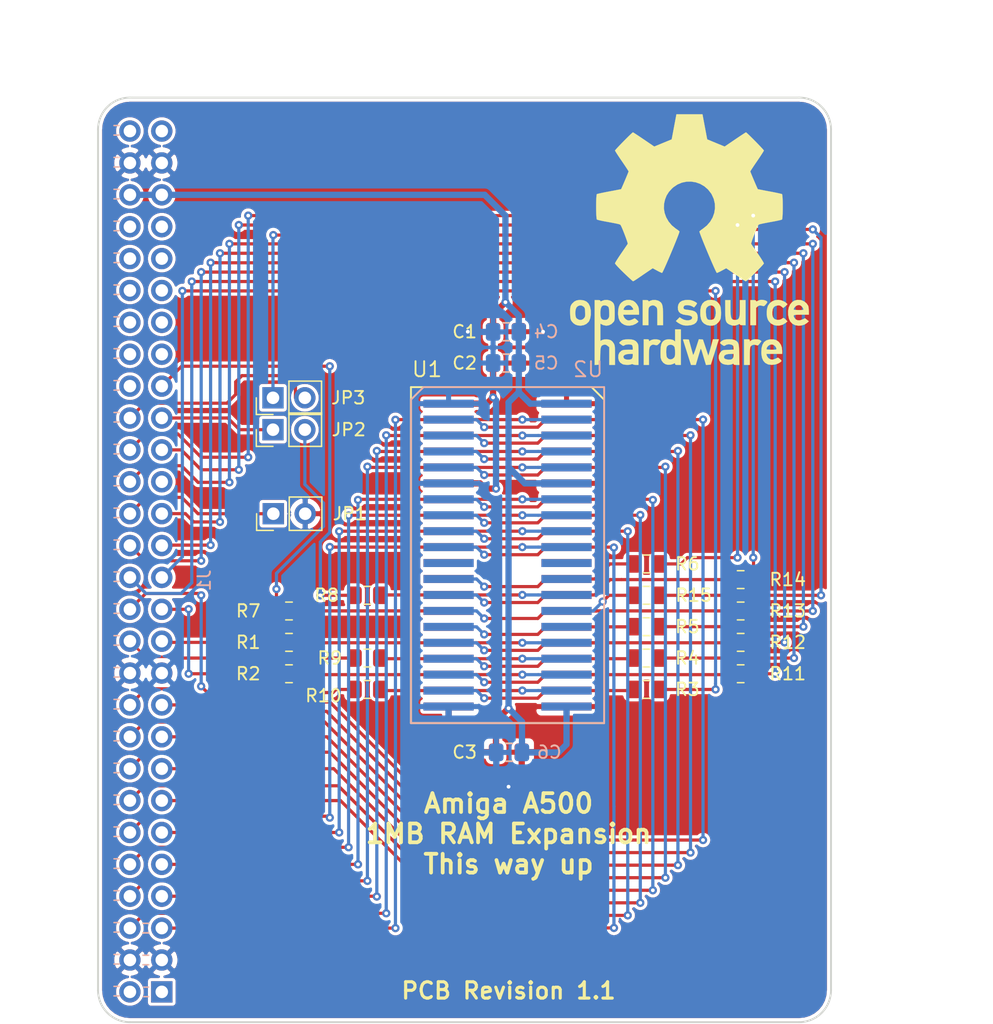
<source format=kicad_pcb>
(kicad_pcb (version 20171130) (host pcbnew 5.0.1)
  (title_block (title "Amiga A501-like 512kB or 1MB Expansion Card") (date 2018-06-27) (rev 1.0) (company "Alexander Knapik") (comment 1 "Copyright (C) 2018 under the GNU GPL v3.0 or any later version"))
  (layers (0 F.Cu signal) (31 B.Cu signal) (34 B.Paste user) (35 F.Paste user) (36 B.SilkS user) (37 F.SilkS user) (38 B.Mask user) (39 F.Mask user) (44 Edge.Cuts user))
  (net 0 "")
  (net 1 +5V)
  (net 2 GND)
  (net 3 /DQ0)
  (net 4 /DQ1)
  (net 5 /DQ2)
  (net 6 /DQ3)
  (net 7 /DQ4)
  (net 8 /DQ5)
  (net 9 /DQ6)
  (net 10 /DQ7)
  (net 11 /DQ8)
  (net 12 /DQ9)
  (net 13 /DQ10)
  (net 14 /DQ11)
  (net 15 /DQ12)
  (net 16 /DQ13)
  (net 17 /DQ14)
  (net 18 /DQ15)
  (net 19 "Net-(J1-Pad23)")
  (net 20 "Net-(J1-Pad24)")
  (net 21 "Net-(J1-Pad25)")
  (net 22 "Net-(J1-Pad26)")
  (net 23 "Net-(J1-Pad27)")
  (net 24 "Net-(J1-Pad28)")
  (net 25 "Net-(J1-Pad29)")
  (net 26 "Net-(J1-Pad30)")
  (net 27 "Net-(J1-Pad31)")
  (net 28 /~EXTICK)
  (net 29 "Net-(J1-Pad34)")
  (net 30 "Net-(J1-Pad35)")
  (net 31 "Net-(J1-Pad36)")
  (net 32 "Net-(J1-Pad39)")
  (net 33 /~RAS0)
  (net 34 /~RAS0out)
  (net 35 /~RAS1out)
  (net 36 /~RAS1)
  (net 37 /A0)
  (net 38 /A2)
  (net 39 /A4)
  (net 40 /A6)
  (net 41 /A8)
  (net 42 /~CASL)
  (net 43 /~WE)
  (net 44 /A1)
  (net 45 /A3)
  (net 46 /A5)
  (net 47 /A7)
  (net 48 /~OE)
  (net 49 /~CASU)
  (net 50 "Net-(JP2-Pad2)")
  (net 51 "Net-(JP3-Pad1)")
  (module Amiga_RAM:SOJ-40 (layer B.Cu) (at 177.42 90.297 270)
    (fp_text reference U2 (at -14.797 -6.42 180) (layer B.SilkS) (effects (font (size 1.2 1.2)) (justify mirror)))
    (fp_text value M11B416256A-35TG)
    (pad 20 smd rect (at 12.065 -4.7 270) (size 0.635 4) (layers B.Cu B.Paste B.Mask) (net 1 +5V))
    (pad 21 smd rect (at 12.065 4.7 270) (size 0.635 4) (layers B.Cu B.Paste B.Mask) (net 2 GND))
    (pad 19 smd rect (at 10.795 -4.7 270) (size 0.635 4) (layers B.Cu B.Paste B.Mask) (net 45 /A3))
    (pad 22 smd rect (at 10.795 4.7 270) (size 0.635 4) (layers B.Cu B.Paste B.Mask) (net 39 /A4))
    (pad 18 smd rect (at 9.525 -4.7 270) (size 0.635 4) (layers B.Cu B.Paste B.Mask) (net 38 /A2))
    (pad 23 smd rect (at 9.525 4.7 270) (size 0.635 4) (layers B.Cu B.Paste B.Mask) (net 46 /A5))
    (pad 17 smd rect (at 8.255 -4.7 270) (size 0.635 4) (layers B.Cu B.Paste B.Mask) (net 44 /A1))
    (pad 24 smd rect (at 8.255 4.7 270) (size 0.635 4) (layers B.Cu B.Paste B.Mask) (net 40 /A6))
    (pad 16 smd rect (at 6.985 -4.7 270) (size 0.635 4) (layers B.Cu B.Paste B.Mask) (net 37 /A0))
    (pad 25 smd rect (at 6.985 4.7 270) (size 0.635 4) (layers B.Cu B.Paste B.Mask) (net 47 /A7))
    (pad 15 smd rect (at 5.715 -4.7 270) (size 0.635 4) (layers B.Cu B.Paste B.Mask))
    (pad 26 smd rect (at 5.715 4.7 270) (size 0.635 4) (layers B.Cu B.Paste B.Mask) (net 41 /A8))
    (pad 14 smd rect (at 4.445 -4.7 270) (size 0.635 4) (layers B.Cu B.Paste B.Mask) (net 35 /~RAS1out))
    (pad 27 smd rect (at 4.445 4.7 270) (size 0.635 4) (layers B.Cu B.Paste B.Mask) (net 48 /~OE))
    (pad 13 smd rect (at 3.175 -4.7 270) (size 0.635 4) (layers B.Cu B.Paste B.Mask) (net 43 /~WE))
    (pad 28 smd rect (at 3.175 4.7 270) (size 0.635 4) (layers B.Cu B.Paste B.Mask) (net 49 /~CASU))
    (pad 12 smd rect (at 1.905 -4.7 270) (size 0.635 4) (layers B.Cu B.Paste B.Mask))
    (pad 29 smd rect (at 1.905 4.7 270) (size 0.635 4) (layers B.Cu B.Paste B.Mask) (net 42 /~CASL))
    (pad 11 smd rect (at 0.635 -4.7 270) (size 0.635 4) (layers B.Cu B.Paste B.Mask))
    (pad 30 smd rect (at 0.635 4.7 270) (size 0.635 4) (layers B.Cu B.Paste B.Mask))
    (pad 10 smd rect (at -0.635 -4.7 270) (size 0.635 4) (layers B.Cu B.Paste B.Mask) (net 10 /DQ7))
    (pad 31 smd rect (at -0.635 4.7 270) (size 0.635 4) (layers B.Cu B.Paste B.Mask) (net 11 /DQ8))
    (pad 9 smd rect (at -1.905 -4.7 270) (size 0.635 4) (layers B.Cu B.Paste B.Mask) (net 9 /DQ6))
    (pad 32 smd rect (at -1.905 4.7 270) (size 0.635 4) (layers B.Cu B.Paste B.Mask) (net 12 /DQ9))
    (pad 8 smd rect (at -3.175 -4.7 270) (size 0.635 4) (layers B.Cu B.Paste B.Mask) (net 8 /DQ5))
    (pad 33 smd rect (at -3.175 4.7 270) (size 0.635 4) (layers B.Cu B.Paste B.Mask) (net 13 /DQ10))
    (pad 7 smd rect (at -4.445 -4.7 270) (size 0.635 4) (layers B.Cu B.Paste B.Mask) (net 7 /DQ4))
    (pad 34 smd rect (at -4.445 4.7 270) (size 0.635 4) (layers B.Cu B.Paste B.Mask) (net 14 /DQ11))
    (pad 6 smd rect (at -5.715 -4.7 270) (size 0.635 4) (layers B.Cu B.Paste B.Mask) (net 1 +5V))
    (pad 35 smd rect (at -5.715 4.7 270) (size 0.635 4) (layers B.Cu B.Paste B.Mask) (net 2 GND))
    (pad 5 smd rect (at -6.985 -4.7 270) (size 0.635 4) (layers B.Cu B.Paste B.Mask) (net 6 /DQ3))
    (pad 36 smd rect (at -6.985 4.7 270) (size 0.635 4) (layers B.Cu B.Paste B.Mask) (net 15 /DQ12))
    (pad 4 smd rect (at -8.255 -4.7 270) (size 0.635 4) (layers B.Cu B.Paste B.Mask) (net 5 /DQ2))
    (pad 37 smd rect (at -8.255 4.7 270) (size 0.635 4) (layers B.Cu B.Paste B.Mask) (net 16 /DQ13))
    (pad 3 smd rect (at -9.525 -4.7 270) (size 0.635 4) (layers B.Cu B.Paste B.Mask) (net 4 /DQ1))
    (pad 38 smd rect (at -9.525 4.7 270) (size 0.635 4) (layers B.Cu B.Paste B.Mask) (net 17 /DQ14))
    (pad 2 smd rect (at -10.795 -4.7 270) (size 0.635 4) (layers B.Cu B.Paste B.Mask) (net 3 /DQ0))
    (pad 39 smd rect (at -10.795 4.7 270) (size 0.635 4) (layers B.Cu B.Paste B.Mask) (net 18 /DQ15))
    (pad 1 smd rect (at -12.065 -4.7 270) (size 0.635 4) (layers B.Cu B.Paste B.Mask) (net 1 +5V))
    (pad 40 smd rect (at -12.065 4.7 270) (size 0.635 4) (layers B.Cu B.Paste B.Mask) (net 2 GND))
  )
  (module Pin_Headers:Pin_Header_Straight_1x02_Pitch2.54mm (layer F.Cu) (at 158.75 87 90)
    (fp_text reference JP1 (at 0 6.096 180) (layer F.SilkS))
    (fp_text value Jumper)
    (pad 1 thru_hole rect (at 0 0 90) (size 1.7 1.7) (drill 1) (layers *.Cu *.Mask) (net 28 /~EXTICK))
    (pad 2 thru_hole oval (at 0 2.54 90) (size 1.7 1.7) (drill 1) (layers *.Cu *.Mask) (net 2 GND))
  )
  (module Amiga_RAM:SOJ-40 (layer F.Cu) (at 177.42 90.297 270)
    (fp_text reference U1 (at -14.797 6.42) (layer F.SilkS) (effects (font (size 1.2 1.2))))
    (fp_text value M11B416256A-35TG)
    (pad 40 smd rect (at -12.065 -4.7 270) (size 0.635 4) (layers F.Cu F.Paste F.Mask) (net 2 GND))
    (pad 1 smd rect (at -12.065 4.7 270) (size 0.635 4) (layers F.Cu F.Paste F.Mask) (net 1 +5V))
    (pad 39 smd rect (at -10.795 -4.7 270) (size 0.635 4) (layers F.Cu F.Paste F.Mask) (net 18 /DQ15))
    (pad 2 smd rect (at -10.795 4.7 270) (size 0.635 4) (layers F.Cu F.Paste F.Mask) (net 3 /DQ0))
    (pad 38 smd rect (at -9.525 -4.7 270) (size 0.635 4) (layers F.Cu F.Paste F.Mask) (net 17 /DQ14))
    (pad 3 smd rect (at -9.525 4.7 270) (size 0.635 4) (layers F.Cu F.Paste F.Mask) (net 4 /DQ1))
    (pad 37 smd rect (at -8.255 -4.7 270) (size 0.635 4) (layers F.Cu F.Paste F.Mask) (net 16 /DQ13))
    (pad 4 smd rect (at -8.255 4.7 270) (size 0.635 4) (layers F.Cu F.Paste F.Mask) (net 5 /DQ2))
    (pad 36 smd rect (at -6.985 -4.7 270) (size 0.635 4) (layers F.Cu F.Paste F.Mask) (net 15 /DQ12))
    (pad 5 smd rect (at -6.985 4.7 270) (size 0.635 4) (layers F.Cu F.Paste F.Mask) (net 6 /DQ3))
    (pad 35 smd rect (at -5.715 -4.7 270) (size 0.635 4) (layers F.Cu F.Paste F.Mask) (net 2 GND))
    (pad 6 smd rect (at -5.715 4.7 270) (size 0.635 4) (layers F.Cu F.Paste F.Mask) (net 1 +5V))
    (pad 34 smd rect (at -4.445 -4.7 270) (size 0.635 4) (layers F.Cu F.Paste F.Mask) (net 14 /DQ11))
    (pad 7 smd rect (at -4.445 4.7 270) (size 0.635 4) (layers F.Cu F.Paste F.Mask) (net 7 /DQ4))
    (pad 33 smd rect (at -3.175 -4.7 270) (size 0.635 4) (layers F.Cu F.Paste F.Mask) (net 13 /DQ10))
    (pad 8 smd rect (at -3.175 4.7 270) (size 0.635 4) (layers F.Cu F.Paste F.Mask) (net 8 /DQ5))
    (pad 32 smd rect (at -1.905 -4.7 270) (size 0.635 4) (layers F.Cu F.Paste F.Mask) (net 12 /DQ9))
    (pad 9 smd rect (at -1.905 4.7 270) (size 0.635 4) (layers F.Cu F.Paste F.Mask) (net 9 /DQ6))
    (pad 31 smd rect (at -0.635 -4.7 270) (size 0.635 4) (layers F.Cu F.Paste F.Mask) (net 11 /DQ8))
    (pad 10 smd rect (at -0.635 4.7 270) (size 0.635 4) (layers F.Cu F.Paste F.Mask) (net 10 /DQ7))
    (pad 30 smd rect (at 0.635 -4.7 270) (size 0.635 4) (layers F.Cu F.Paste F.Mask))
    (pad 11 smd rect (at 0.635 4.7 270) (size 0.635 4) (layers F.Cu F.Paste F.Mask))
    (pad 29 smd rect (at 1.905 -4.7 270) (size 0.635 4) (layers F.Cu F.Paste F.Mask) (net 42 /~CASL))
    (pad 12 smd rect (at 1.905 4.7 270) (size 0.635 4) (layers F.Cu F.Paste F.Mask))
    (pad 28 smd rect (at 3.175 -4.7 270) (size 0.635 4) (layers F.Cu F.Paste F.Mask) (net 49 /~CASU))
    (pad 13 smd rect (at 3.175 4.7 270) (size 0.635 4) (layers F.Cu F.Paste F.Mask) (net 43 /~WE))
    (pad 27 smd rect (at 4.445 -4.7 270) (size 0.635 4) (layers F.Cu F.Paste F.Mask) (net 48 /~OE))
    (pad 14 smd rect (at 4.445 4.7 270) (size 0.635 4) (layers F.Cu F.Paste F.Mask) (net 34 /~RAS0out))
    (pad 26 smd rect (at 5.715 -4.7 270) (size 0.635 4) (layers F.Cu F.Paste F.Mask) (net 41 /A8))
    (pad 15 smd rect (at 5.715 4.7 270) (size 0.635 4) (layers F.Cu F.Paste F.Mask))
    (pad 25 smd rect (at 6.985 -4.7 270) (size 0.635 4) (layers F.Cu F.Paste F.Mask) (net 47 /A7))
    (pad 16 smd rect (at 6.985 4.7 270) (size 0.635 4) (layers F.Cu F.Paste F.Mask) (net 37 /A0))
    (pad 24 smd rect (at 8.255 -4.7 270) (size 0.635 4) (layers F.Cu F.Paste F.Mask) (net 40 /A6))
    (pad 17 smd rect (at 8.255 4.7 270) (size 0.635 4) (layers F.Cu F.Paste F.Mask) (net 44 /A1))
    (pad 23 smd rect (at 9.525 -4.7 270) (size 0.635 4) (layers F.Cu F.Paste F.Mask) (net 46 /A5))
    (pad 18 smd rect (at 9.525 4.7 270) (size 0.635 4) (layers F.Cu F.Paste F.Mask) (net 38 /A2))
    (pad 22 smd rect (at 10.795 -4.7 270) (size 0.635 4) (layers F.Cu F.Paste F.Mask) (net 39 /A4))
    (pad 19 smd rect (at 10.795 4.7 270) (size 0.635 4) (layers F.Cu F.Paste F.Mask) (net 45 /A3))
    (pad 21 smd rect (at 12.065 -4.7 270) (size 0.635 4) (layers F.Cu F.Paste F.Mask) (net 2 GND))
    (pad 20 smd rect (at 12.065 4.7 270) (size 0.635 4) (layers F.Cu F.Paste F.Mask) (net 1 +5V))
  )
  (module Pin_Headers:Pin_Header_Straight_1x02_Pitch2.54mm (layer F.Cu) (at 158.724 80.306 90)
    (fp_text reference JP2 (at 0 6.04 180) (layer F.SilkS))
    (fp_text value Jumper)
    (pad 1 thru_hole rect (at 0 0 90) (size 1.7 1.7) (drill 1) (layers *.Cu *.Mask) (net 33 /~RAS0))
    (pad 2 thru_hole oval (at 0 2.54 90) (size 1.7 1.7) (drill 1) (layers *.Cu *.Mask) (net 50 "Net-(JP2-Pad2)"))
  )
  (module Pin_Headers:Pin_Header_Straight_1x02_Pitch2.54mm (layer F.Cu) (at 158.724 77.766 90)
    (fp_text reference JP3 (at 0 6 180) (layer F.SilkS))
    (fp_text value Jumper)
    (pad 1 thru_hole rect (at 0 0 90) (size 1.7 1.7) (drill 1) (layers *.Cu *.Mask) (net 51 "Net-(JP3-Pad1)"))
    (pad 2 thru_hole oval (at 0 2.54 90) (size 1.7 1.7) (drill 1) (layers *.Cu *.Mask) (net 36 /~RAS1))
  )
  (module Symbols:OSHW-Logo_19x20mm_SilkScreen (layer F.Cu) (at 191.897 65.151)
    (fp_text reference REF*** hide)
    (fp_text value OSHW-Logo_19x20mm_SilkScreen hide)
  )
  (module Amiga_RAM:Pin_Header_Angled_Female_2x28_Pitch2.54mm (layer B.Cu) (at 147.32 125.095)
    (fp_text reference J1 (at 5.92328 -32.78124 -90) (layer B.SilkS) (effects (justify mirror)))
    (fp_text value Conn_02x28_Odd_Even)
    (pad 2 thru_hole circle (at 0 0) (size 1.7 1.7) (drill 1) (layers *.Cu *.Mask))
    (pad 1 thru_hole rect (at 2.54 0) (size 1.7 1.7) (drill 1) (layers *.Cu *.Mask))
    (pad 3 thru_hole circle (at 2.54 -2.54) (size 1.7 1.7) (drill 1) (layers *.Cu *.Mask) (net 2 GND))
    (pad 4 thru_hole circle (at 0 -2.54) (size 1.7 1.7) (drill 1) (layers *.Cu *.Mask) (net 2 GND))
    (pad 5 thru_hole circle (at 2.54 -5.08 180) (size 1.7 1.7) (drill 1) (layers *.Cu *.Mask) (net 3 /DQ0))
    (pad 6 thru_hole circle (at 0 -5.08 180) (size 1.7 1.7) (drill 1) (layers *.Cu *.Mask) (net 4 /DQ1))
    (pad 7 thru_hole circle (at 2.54 -7.62) (size 1.7 1.7) (drill 1) (layers *.Cu *.Mask) (net 5 /DQ2))
    (pad 8 thru_hole circle (at 0 -7.62) (size 1.7 1.7) (drill 1) (layers *.Cu *.Mask) (net 6 /DQ3))
    (pad 9 thru_hole circle (at 2.54 -10.16) (size 1.7 1.7) (drill 1) (layers *.Cu *.Mask) (net 7 /DQ4))
    (pad 10 thru_hole circle (at 0 -10.16) (size 1.7 1.7) (drill 1) (layers *.Cu *.Mask) (net 8 /DQ5))
    (pad 11 thru_hole circle (at 2.54 -12.7 180) (size 1.7 1.7) (drill 1) (layers *.Cu *.Mask) (net 9 /DQ6))
    (pad 12 thru_hole circle (at 0 -12.7 180) (size 1.7 1.7) (drill 1) (layers *.Cu *.Mask) (net 10 /DQ7))
    (pad 13 thru_hole circle (at 2.54 -15.24 180) (size 1.7 1.7) (drill 1) (layers *.Cu *.Mask) (net 11 /DQ8))
    (pad 14 thru_hole circle (at 0 -15.24 180) (size 1.7 1.7) (drill 1) (layers *.Cu *.Mask) (net 12 /DQ9))
    (pad 15 thru_hole circle (at 2.54 -17.78 180) (size 1.7 1.7) (drill 1) (layers *.Cu *.Mask) (net 13 /DQ10))
    (pad 16 thru_hole circle (at 0 -17.78 180) (size 1.7 1.7) (drill 1) (layers *.Cu *.Mask) (net 14 /DQ11))
    (pad 17 thru_hole circle (at 2.54 -20.32 180) (size 1.7 1.7) (drill 1) (layers *.Cu *.Mask) (net 15 /DQ12))
    (pad 18 thru_hole circle (at 0 -20.32 180) (size 1.7 1.7) (drill 1) (layers *.Cu *.Mask) (net 16 /DQ13))
    (pad 19 thru_hole circle (at 2.54 -22.86) (size 1.7 1.7) (drill 1) (layers *.Cu *.Mask) (net 17 /DQ14))
    (pad 20 thru_hole circle (at 0 -22.86) (size 1.7 1.7) (drill 1) (layers *.Cu *.Mask) (net 18 /DQ15))
    (pad 21 thru_hole circle (at 2.54 -25.4 180) (size 1.7 1.7) (drill 1) (layers *.Cu *.Mask) (net 2 GND))
    (pad 22 thru_hole circle (at 0 -25.4 180) (size 1.7 1.7) (drill 1) (layers *.Cu *.Mask) (net 2 GND))
    (pad 23 thru_hole circle (at 2.54 -27.94 180) (size 1.7 1.7) (drill 1) (layers *.Cu *.Mask) (net 19 "Net-(J1-Pad23)"))
    (pad 24 thru_hole circle (at 0 -27.94 180) (size 1.7 1.7) (drill 1) (layers *.Cu *.Mask) (net 20 "Net-(J1-Pad24)"))
    (pad 25 thru_hole circle (at 2.54 -30.48) (size 1.7 1.7) (drill 1) (layers *.Cu *.Mask) (net 21 "Net-(J1-Pad25)"))
    (pad 26 thru_hole circle (at 0 -30.48) (size 1.7 1.7) (drill 1) (layers *.Cu *.Mask) (net 22 "Net-(J1-Pad26)"))
    (pad 27 thru_hole circle (at 2.54 -33.02 180) (size 1.7 1.7) (drill 1) (layers *.Cu *.Mask) (net 23 "Net-(J1-Pad27)"))
    (pad 28 thru_hole circle (at 0 -33.02 180) (size 1.7 1.7) (drill 1) (layers *.Cu *.Mask) (net 24 "Net-(J1-Pad28)"))
    (pad 29 thru_hole circle (at 2.54 -35.56 180) (size 1.7 1.7) (drill 1) (layers *.Cu *.Mask) (net 25 "Net-(J1-Pad29)"))
    (pad 30 thru_hole circle (at 0 -35.56 180) (size 1.7 1.7) (drill 1) (layers *.Cu *.Mask) (net 26 "Net-(J1-Pad30)"))
    (pad 31 thru_hole circle (at 2.54 -38.1) (size 1.7 1.7) (drill 1) (layers *.Cu *.Mask) (net 27 "Net-(J1-Pad31)"))
    (pad 32 thru_hole circle (at 0 -38.1) (size 1.7 1.7) (drill 1) (layers *.Cu *.Mask) (net 28 /~EXTICK))
    (pad 33 thru_hole circle (at 2.54 -40.64) (size 1.7 1.7) (drill 1) (layers *.Cu *.Mask))
    (pad 34 thru_hole circle (at 0 -40.64) (size 1.7 1.7) (drill 1) (layers *.Cu *.Mask) (net 29 "Net-(J1-Pad34)"))
    (pad 35 thru_hole circle (at 2.54 -43.18) (size 1.7 1.7) (drill 1) (layers *.Cu *.Mask) (net 30 "Net-(J1-Pad35)"))
    (pad 36 thru_hole circle (at 0 -43.18) (size 1.7 1.7) (drill 1) (layers *.Cu *.Mask) (net 31 "Net-(J1-Pad36)"))
    (pad 37 thru_hole circle (at 2.54 -45.72 180) (size 1.7 1.7) (drill 1) (layers *.Cu *.Mask) (net 33 /~RAS0))
    (pad 38 thru_hole circle (at 0 -45.72 180) (size 1.7 1.7) (drill 1) (layers *.Cu *.Mask) (net 36 /~RAS1))
    (pad 39 thru_hole circle (at 2.54 -48.26) (size 1.7 1.7) (drill 1) (layers *.Cu *.Mask) (net 32 "Net-(J1-Pad39)"))
    (pad 40 thru_hole circle (at 0 -48.26) (size 1.7 1.7) (drill 1) (layers *.Cu *.Mask))
    (pad 41 thru_hole circle (at 2.54 -50.8) (size 1.7 1.7) (drill 1) (layers *.Cu *.Mask))
    (pad 42 thru_hole circle (at 0 -50.8) (size 1.7 1.7) (drill 1) (layers *.Cu *.Mask))
    (pad 43 thru_hole circle (at 2.54 -53.34) (size 1.7 1.7) (drill 1) (layers *.Cu *.Mask))
    (pad 44 thru_hole circle (at 0 -53.34) (size 1.7 1.7) (drill 1) (layers *.Cu *.Mask))
    (pad 45 thru_hole circle (at 2.54 -55.88) (size 1.7 1.7) (drill 1) (layers *.Cu *.Mask))
    (pad 46 thru_hole circle (at 0 -55.88) (size 1.7 1.7) (drill 1) (layers *.Cu *.Mask))
    (pad 47 thru_hole circle (at 2.54 -58.42) (size 1.7 1.7) (drill 1) (layers *.Cu *.Mask))
    (pad 48 thru_hole circle (at 0 -58.42) (size 1.7 1.7) (drill 1) (layers *.Cu *.Mask))
    (pad 49 thru_hole circle (at 2.54 -60.96) (size 1.7 1.7) (drill 1) (layers *.Cu *.Mask))
    (pad 50 thru_hole circle (at 0 -60.96) (size 1.7 1.7) (drill 1) (layers *.Cu *.Mask))
    (pad 51 thru_hole circle (at 2.54 -63.5) (size 1.7 1.7) (drill 1) (layers *.Cu *.Mask) (net 1 +5V))
    (pad 52 thru_hole circle (at 0 -63.5) (size 1.7 1.7) (drill 1) (layers *.Cu *.Mask) (net 1 +5V))
    (pad 53 thru_hole circle (at 2.54 -66.04) (size 1.7 1.7) (drill 1) (layers *.Cu *.Mask) (net 2 GND))
    (pad 54 thru_hole circle (at 0 -66.04) (size 1.7 1.7) (drill 1) (layers *.Cu *.Mask) (net 2 GND))
    (pad 55 thru_hole circle (at 2.54 -68.58) (size 1.7 1.7) (drill 1) (layers *.Cu *.Mask))
    (pad 56 thru_hole circle (at 0 -68.58) (size 1.7 1.7) (drill 1) (layers *.Cu *.Mask))
  )
  (module Capacitor_SMD:C_0805_2012Metric_Pad1.15x1.40mm_HandSolder (layer F.Cu) (at 177.292 72.5)
    (fp_text reference C1 (at -3.292 0) (layer F.SilkS))
    (fp_text value 10u)
    (pad 1 smd roundrect (at -1.025 0) (size 1.15 1.4) (layers F.Cu F.Paste F.Mask) (roundrect_rratio 0.217391) (net 1 +5V))
    (pad 2 smd roundrect (at 1.025 0) (size 1.15 1.4) (layers F.Cu F.Paste F.Mask) (roundrect_rratio 0.217391) (net 2 GND))
  )
  (module Capacitor_SMD:C_0805_2012Metric_Pad1.15x1.40mm_HandSolder (layer F.Cu) (at 177.292 75)
    (fp_text reference C2 (at -3.292 0) (layer F.SilkS))
    (fp_text value 10n)
    (pad 1 smd roundrect (at -1.025 0) (size 1.15 1.4) (layers F.Cu F.Paste F.Mask) (roundrect_rratio 0.217391) (net 1 +5V))
    (pad 2 smd roundrect (at 1.025 0) (size 1.15 1.4) (layers F.Cu F.Paste F.Mask) (roundrect_rratio 0.217391) (net 2 GND))
  )
  (module Capacitor_SMD:C_0805_2012Metric_Pad1.15x1.40mm_HandSolder (layer F.Cu) (at 177.525 106)
    (fp_text reference C3 (at -3.525 0) (layer F.SilkS))
    (fp_text value 10n)
    (pad 2 smd roundrect (at 1.025 0) (size 1.15 1.4) (layers F.Cu F.Paste F.Mask) (roundrect_rratio 0.217391) (net 2 GND))
    (pad 1 smd roundrect (at -1.025 0) (size 1.15 1.4) (layers F.Cu F.Paste F.Mask) (roundrect_rratio 0.217391) (net 1 +5V))
  )
  (module Capacitor_SMD:C_0805_2012Metric_Pad1.15x1.40mm_HandSolder (layer B.Cu) (at 177.292 72.517 180)
    (fp_text reference C4 (at -3.208 0.017 180) (layer B.SilkS) (effects (justify mirror)))
    (fp_text value 10u)
    (pad 1 smd roundrect (at -1.025 0 180) (size 1.15 1.4) (layers B.Cu B.Paste B.Mask) (roundrect_rratio 0.217391) (net 1 +5V))
    (pad 2 smd roundrect (at 1.025 0 180) (size 1.15 1.4) (layers B.Cu B.Paste B.Mask) (roundrect_rratio 0.217391) (net 2 GND))
  )
  (module Capacitor_SMD:C_0805_2012Metric_Pad1.15x1.40mm_HandSolder (layer B.Cu) (at 177.292 74.9935 180)
    (fp_text reference C5 (at -3.208 -0.0065 180) (layer B.SilkS) (effects (justify mirror)))
    (fp_text value 10n)
    (pad 2 smd roundrect (at 1.025 0 180) (size 1.15 1.4) (layers B.Cu B.Paste B.Mask) (roundrect_rratio 0.217391) (net 2 GND))
    (pad 1 smd roundrect (at -1.025 0 180) (size 1.15 1.4) (layers B.Cu B.Paste B.Mask) (roundrect_rratio 0.217391) (net 1 +5V))
  )
  (module Resistor_SMD:R_0805_2012Metric_Pad1.15x1.40mm_HandSolder (layer F.Cu) (at 160 97.25 180)
    (fp_text reference R1 (at 3.25 0 180) (layer F.SilkS))
    (fp_text value 4K7)
    (pad 2 smd roundrect (at 1.025 0 180) (size 1.15 1.4) (layers F.Cu F.Paste F.Mask) (roundrect_rratio 0.217391) (net 19 "Net-(J1-Pad23)"))
    (pad 1 smd roundrect (at -1.025 0 180) (size 1.15 1.4) (layers F.Cu F.Paste F.Mask) (roundrect_rratio 0.217391) (net 37 /A0))
  )
  (module Resistor_SMD:R_0805_2012Metric_Pad1.15x1.40mm_HandSolder (layer F.Cu) (at 160 99.75 180)
    (fp_text reference R2 (at 3.25 0 180) (layer F.SilkS))
    (fp_text value 4K7)
    (pad 2 smd roundrect (at 1.025 0 180) (size 1.15 1.4) (layers F.Cu F.Paste F.Mask) (roundrect_rratio 0.217391) (net 21 "Net-(J1-Pad25)"))
    (pad 1 smd roundrect (at -1.025 0 180) (size 1.15 1.4) (layers F.Cu F.Paste F.Mask) (roundrect_rratio 0.217391) (net 38 /A2))
  )
  (module Resistor_SMD:R_0805_2012Metric_Pad1.15x1.40mm_HandSolder (layer F.Cu) (at 188.5 101)
    (fp_text reference R3 (at 3.25 0) (layer F.SilkS))
    (fp_text value 4K7)
    (pad 1 smd roundrect (at -1.025 0) (size 1.15 1.4) (layers F.Cu F.Paste F.Mask) (roundrect_rratio 0.217391) (net 39 /A4))
    (pad 2 smd roundrect (at 1.025 0) (size 1.15 1.4) (layers F.Cu F.Paste F.Mask) (roundrect_rratio 0.217391) (net 23 "Net-(J1-Pad27)"))
  )
  (module Resistor_SMD:R_0805_2012Metric_Pad1.15x1.40mm_HandSolder (layer F.Cu) (at 188.5 98.5)
    (fp_text reference R4 (at 3.25 0) (layer F.SilkS))
    (fp_text value 4K7)
    (pad 2 smd roundrect (at 1.025 0) (size 1.15 1.4) (layers F.Cu F.Paste F.Mask) (roundrect_rratio 0.217391) (net 25 "Net-(J1-Pad29)"))
    (pad 1 smd roundrect (at -1.025 0) (size 1.15 1.4) (layers F.Cu F.Paste F.Mask) (roundrect_rratio 0.217391) (net 40 /A6))
  )
  (module Resistor_SMD:R_0805_2012Metric_Pad1.15x1.40mm_HandSolder (layer F.Cu) (at 188.5 96)
    (fp_text reference R5 (at 3.25 0) (layer F.SilkS))
    (fp_text value 4K7)
    (pad 1 smd roundrect (at -1.025 0) (size 1.15 1.4) (layers F.Cu F.Paste F.Mask) (roundrect_rratio 0.217391) (net 41 /A8))
    (pad 2 smd roundrect (at 1.025 0) (size 1.15 1.4) (layers F.Cu F.Paste F.Mask) (roundrect_rratio 0.217391) (net 27 "Net-(J1-Pad31)"))
  )
  (module Resistor_SMD:R_0805_2012Metric_Pad1.15x1.40mm_HandSolder (layer F.Cu) (at 188.5 91)
    (fp_text reference R6 (at 3.25 0) (layer F.SilkS))
    (fp_text value 4K7)
    (pad 1 smd roundrect (at -1.025 0) (size 1.15 1.4) (layers F.Cu F.Paste F.Mask) (roundrect_rratio 0.217391) (net 42 /~CASL))
    (pad 2 smd roundrect (at 1.025 0) (size 1.15 1.4) (layers F.Cu F.Paste F.Mask) (roundrect_rratio 0.217391) (net 30 "Net-(J1-Pad35)"))
  )
  (module Resistor_SMD:R_0805_2012Metric_Pad1.15x1.40mm_HandSolder (layer F.Cu) (at 160 94.75)
    (fp_text reference R7 (at -3.25 0) (layer F.SilkS))
    (fp_text value 4K7)
    (pad 1 smd roundrect (at -1.025 0) (size 1.15 1.4) (layers F.Cu F.Paste F.Mask) (roundrect_rratio 0.217391) (net 50 "Net-(JP2-Pad2)"))
    (pad 2 smd roundrect (at 1.025 0) (size 1.15 1.4) (layers F.Cu F.Paste F.Mask) (roundrect_rratio 0.217391) (net 34 /~RAS0out))
  )
  (module Resistor_SMD:R_0805_2012Metric_Pad1.15x1.40mm_HandSolder (layer F.Cu) (at 166.25 93.5 180)
    (fp_text reference R8 (at 3.25 0 180) (layer F.SilkS))
    (fp_text value 4K7)
    (pad 2 smd roundrect (at 1.025 0 180) (size 1.15 1.4) (layers F.Cu F.Paste F.Mask) (roundrect_rratio 0.217391) (net 32 "Net-(J1-Pad39)"))
    (pad 1 smd roundrect (at -1.025 0 180) (size 1.15 1.4) (layers F.Cu F.Paste F.Mask) (roundrect_rratio 0.217391) (net 43 /~WE))
  )
  (module Resistor_SMD:R_0805_2012Metric_Pad1.15x1.40mm_HandSolder (layer F.Cu) (at 166.25 98.5)
    (fp_text reference R9 (at -3 0) (layer F.SilkS))
    (fp_text value 4K7)
    (pad 2 smd roundrect (at 1.025 0) (size 1.15 1.4) (layers F.Cu F.Paste F.Mask) (roundrect_rratio 0.217391) (net 44 /A1))
    (pad 1 smd roundrect (at -1.025 0) (size 1.15 1.4) (layers F.Cu F.Paste F.Mask) (roundrect_rratio 0.217391) (net 20 "Net-(J1-Pad24)"))
  )
  (module Resistor_SMD:R_0805_2012Metric_Pad1.15x1.40mm_HandSolder (layer F.Cu) (at 166.25 101)
    (fp_text reference R10 (at -3.5 0.5) (layer F.SilkS))
    (fp_text value 4K7)
    (pad 1 smd roundrect (at -1.025 0) (size 1.15 1.4) (layers F.Cu F.Paste F.Mask) (roundrect_rratio 0.217391) (net 22 "Net-(J1-Pad26)"))
    (pad 2 smd roundrect (at 1.025 0) (size 1.15 1.4) (layers F.Cu F.Paste F.Mask) (roundrect_rratio 0.217391) (net 45 /A3))
  )
  (module Resistor_SMD:R_0805_2012Metric_Pad1.15x1.40mm_HandSolder (layer F.Cu) (at 196 99.75 180)
    (fp_text reference R11 (at -3.75 0 180) (layer F.SilkS))
    (fp_text value 4K7)
    (pad 2 smd roundrect (at 1.025 0 180) (size 1.15 1.4) (layers F.Cu F.Paste F.Mask) (roundrect_rratio 0.217391) (net 46 /A5))
    (pad 1 smd roundrect (at -1.025 0 180) (size 1.15 1.4) (layers F.Cu F.Paste F.Mask) (roundrect_rratio 0.217391) (net 24 "Net-(J1-Pad28)"))
  )
  (module Resistor_SMD:R_0805_2012Metric_Pad1.15x1.40mm_HandSolder (layer F.Cu) (at 196 97.25 180)
    (fp_text reference R12 (at -3.75 0 180) (layer F.SilkS))
    (fp_text value 4K7)
    (pad 1 smd roundrect (at -1.025 0 180) (size 1.15 1.4) (layers F.Cu F.Paste F.Mask) (roundrect_rratio 0.217391) (net 26 "Net-(J1-Pad30)"))
    (pad 2 smd roundrect (at 1.025 0 180) (size 1.15 1.4) (layers F.Cu F.Paste F.Mask) (roundrect_rratio 0.217391) (net 47 /A7))
  )
  (module Resistor_SMD:R_0805_2012Metric_Pad1.15x1.40mm_HandSolder (layer F.Cu) (at 196 94.75 180)
    (fp_text reference R13 (at -3.75 0 180) (layer F.SilkS))
    (fp_text value 4K7)
    (pad 1 smd roundrect (at -1.025 0 180) (size 1.15 1.4) (layers F.Cu F.Paste F.Mask) (roundrect_rratio 0.217391) (net 29 "Net-(J1-Pad34)"))
    (pad 2 smd roundrect (at 1.025 0 180) (size 1.15 1.4) (layers F.Cu F.Paste F.Mask) (roundrect_rratio 0.217391) (net 48 /~OE))
  )
  (module Resistor_SMD:R_0805_2012Metric_Pad1.15x1.40mm_HandSolder (layer F.Cu) (at 196 92.25 180)
    (fp_text reference R14 (at -3.75 0 180) (layer F.SilkS))
    (fp_text value 4K7)
    (pad 2 smd roundrect (at 1.025 0 180) (size 1.15 1.4) (layers F.Cu F.Paste F.Mask) (roundrect_rratio 0.217391) (net 49 /~CASU))
    (pad 1 smd roundrect (at -1.025 0 180) (size 1.15 1.4) (layers F.Cu F.Paste F.Mask) (roundrect_rratio 0.217391) (net 31 "Net-(J1-Pad36)"))
  )
  (module Resistor_SMD:R_0805_2012Metric_Pad1.15x1.40mm_HandSolder (layer F.Cu) (at 188.5 93.5 180)
    (fp_text reference R15 (at -3.75 0 180) (layer F.SilkS))
    (fp_text value 4K7)
    (pad 1 smd roundrect (at -1.025 0 180) (size 1.15 1.4) (layers F.Cu F.Paste F.Mask) (roundrect_rratio 0.217391) (net 51 "Net-(JP3-Pad1)"))
    (pad 2 smd roundrect (at 1.025 0 180) (size 1.15 1.4) (layers F.Cu F.Paste F.Mask) (roundrect_rratio 0.217391) (net 35 /~RAS1out))
  )
  (module Capacitor_SMD:C_0805_2012Metric_Pad1.15x1.40mm_HandSolder (layer B.Cu) (at 177.546 106.0196 180)
    (fp_text reference C6 (at -3.204 0.0196 180) (layer B.SilkS) (effects (justify mirror)))
    (fp_text value 10n)
    (pad 1 smd roundrect (at -1.025 0 180) (size 1.15 1.4) (layers B.Cu B.Paste B.Mask) (roundrect_rratio 0.217391) (net 1 +5V))
    (pad 2 smd roundrect (at 1.025 0 180) (size 1.15 1.4) (layers B.Cu B.Paste B.Mask) (roundrect_rratio 0.217391) (net 2 GND))
  )
  (gr_text "Amiga A500\n1MB RAM Expansion\nThis way up" (at 177.5 112.5) (layer F.SilkS) (effects (font (size 1.5 1.5) (thickness 0.3))))
  (gr_arc (start 200.66 56.388) (end 200.66 53.848) (angle 90) (layer Edge.Cuts) (width 0.15))
  (gr_line (start 203.2 56.388) (end 203.2 124.968) (layer Edge.Cuts) (width 0.15))
  (gr_line (start 144.78 124.968) (end 144.78 56.388) (layer Edge.Cuts) (width 0.15))
  (gr_arc (start 200.66 124.968) (end 203.2 124.968) (angle 90) (layer Edge.Cuts) (width 0.15))
  (gr_arc (start 147.32 124.968) (end 147.32 127.508) (angle 90) (layer Edge.Cuts) (width 0.15))
  (gr_line (start 147.32 127.508) (end 200.66 127.508) (layer Edge.Cuts) (width 0.15))
  (gr_arc (start 147.32 56.388) (end 144.78 56.388) (angle 90) (layer Edge.Cuts) (width 0.15))
  (gr_line (start 147.32 53.848) (end 200.66 53.848) (layer Edge.Cuts) (width 0.15))
  (gr_text "PCB Revision 1.1" (at 177.5 125) (layer F.SilkS) (effects (font (size 1.3 1.3) (thickness 0.25))))
  (segment (start 176.267 75) (end 176.267 72.5) (width 0.254) (layer F.Cu) (net 1))
  (segment (start 176.267 75.8) (end 176.267 75) (width 0.254) (layer F.Cu) (net 1))
  (segment (start 147.32 61.595) (end 149.86 61.595) (width 0.5) (layer B.Cu) (net 1))
  (segment (start 178.317 74.9935) (end 178.317 77.317) (width 0.5) (layer B.Cu) (net 1))
  (segment (start 179.232 78.232) (end 182.12 78.232) (width 0.5) (layer B.Cu) (net 1))
  (segment (start 178.317 77.317) (end 179.232 78.232) (width 0.5) (layer B.Cu) (net 1))
  (segment (start 176.267 75) (end 176.267 77.733) (width 0.5) (layer F.Cu) (net 1))
  (segment (start 175.768 78.232) (end 172.72 78.232) (width 0.5) (layer F.Cu) (net 1))
  (segment (start 176.267 77.733) (end 175.768 78.232) (width 0.5) (layer F.Cu) (net 1))
  (segment (start 178.793446 84.582) (end 179.62 84.582) (width 0.5) (layer B.Cu) (net 1))
  (segment (start 177.5 83.288554) (end 178.793446 84.582) (width 0.5) (layer B.Cu) (net 1))
  (segment (start 178.317 77.317) (end 177.5 78.134) (width 0.5) (layer B.Cu) (net 1))
  (segment (start 179.62 84.582) (end 182.12 84.582) (width 0.5) (layer B.Cu) (net 1))
  (segment (start 177.5 78.134) (end 177.5 83.288554) (width 0.5) (layer B.Cu) (net 1))
  (segment (start 178.483 72.517) (end 178.317 72.517) (width 0.5) (layer B.Cu) (net 1))
  (segment (start 175.22 84.582) (end 175.638 85) (width 0.5) (layer F.Cu) (net 1))
  (segment (start 172.72 84.582) (end 175.22 84.582) (width 0.5) (layer F.Cu) (net 1))
  (segment (start 175.638 85) (end 176.5 85) (width 0.5) (layer F.Cu) (net 1))
  (via (at 176.5 85) (size 0.65) (drill 0.3) (layers F.Cu B.Cu) (net 1))
  (via (at 176.267 77.733) (size 0.65) (drill 0.3) (layers F.Cu B.Cu) (net 1))
  (segment (start 176.5 85) (end 176.5 77.966) (width 0.5) (layer B.Cu) (net 1))
  (segment (start 176.5 77.966) (end 176.267 77.733) (width 0.5) (layer B.Cu) (net 1))
  (segment (start 178.571 103.571) (end 178.571 106.0196) (width 0.5) (layer B.Cu) (net 1))
  (segment (start 177.5 83.288554) (end 177.5 102.5) (width 0.5) (layer B.Cu) (net 1))
  (segment (start 177.5 102.5) (end 178.571 103.571) (width 0.5) (layer B.Cu) (net 1))
  (segment (start 178.571 106.0196) (end 181.4804 106.0196) (width 0.5) (layer B.Cu) (net 1))
  (segment (start 182.12 105.38) (end 182.12 102.362) (width 0.5) (layer B.Cu) (net 1))
  (segment (start 181.4804 106.0196) (end 182.12 105.38) (width 0.5) (layer B.Cu) (net 1))
  (segment (start 176.25 72.483) (end 176.267 72.5) (width 0.5) (layer F.Cu) (net 1))
  (segment (start 177.5 102.5) (end 177.5 102.5) (width 0.5) (layer B.Cu) (net 1))
  (via (at 177.5 102.5) (size 0.65) (drill 0.3) (layers F.Cu B.Cu) (net 1))
  (segment (start 176.5 103.5) (end 176.5 106) (width 0.5) (layer F.Cu) (net 1))
  (segment (start 177.5 102.5) (end 176.5 103.5) (width 0.5) (layer F.Cu) (net 1))
  (segment (start 176.5 106) (end 173.75 106) (width 0.5) (layer F.Cu) (net 1))
  (segment (start 172.72 104.97) (end 172.72 102.362) (width 0.5) (layer F.Cu) (net 1))
  (segment (start 173.75 106) (end 172.72 104.97) (width 0.5) (layer F.Cu) (net 1))
  (segment (start 177.25 70.15) (end 177.3 70.2) (width 0.5) (layer B.Cu) (net 1))
  (segment (start 149.86 61.595) (end 175.595 61.595) (width 0.5) (layer B.Cu) (net 1))
  (segment (start 177.25 63.25) (end 177.25 70.15) (width 0.5) (layer B.Cu) (net 1))
  (segment (start 175.595 61.595) (end 177.25 63.25) (width 0.5) (layer B.Cu) (net 1))
  (via (at 177.25 70.15) (size 0.65) (drill 0.3) (layers F.Cu B.Cu) (net 1))
  (segment (start 176.267 71.133) (end 176.267 71.3) (width 0.5) (layer F.Cu) (net 1))
  (segment (start 177.25 70.15) (end 176.267 71.133) (width 0.5) (layer F.Cu) (net 1))
  (segment (start 176.267 72.5) (end 176.267 71.3) (width 0.5) (layer F.Cu) (net 1))
  (segment (start 178.317 71.217) (end 177.25 70.15) (width 0.5) (layer B.Cu) (net 1))
  (segment (start 178.317 71.3) (end 178.317 71.217) (width 0.5) (layer B.Cu) (net 1))
  (segment (start 178.317 72.517) (end 178.317 71.3) (width 0.5) (layer B.Cu) (net 1))
  (segment (start 178.317 72.517) (end 178.317 74.9935) (width 0.5) (layer B.Cu) (net 1))
  (segment (start 178.317 75) (end 178.317 72.5) (width 0.254) (layer F.Cu) (net 2))
  (segment (start 178.317 75.8) (end 178.317 75) (width 0.254) (layer F.Cu) (net 2))
  (segment (start 178.317 72.5) (end 180.249962 72.5) (width 0.254) (layer F.Cu) (net 2))
  (via (at 180.249962 72.5) (size 0.65) (drill 0.3) (layers F.Cu B.Cu) (net 2))
  (segment (start 176.267 72.517) (end 174.267 72.517) (width 0.5) (layer B.Cu) (net 2))
  (via (at 174.25 72.5) (size 0.65) (drill 0.3) (layers F.Cu B.Cu) (net 2))
  (segment (start 174.267 72.517) (end 174.25 72.5) (width 0.5) (layer B.Cu) (net 2))
  (segment (start 176.521 106.0196) (end 173.7696 106.0196) (width 0.5) (layer B.Cu) (net 2))
  (segment (start 172.72 104.97) (end 172.72 102.362) (width 0.5) (layer B.Cu) (net 2))
  (segment (start 173.7696 106.0196) (end 172.72 104.97) (width 0.5) (layer B.Cu) (net 2))
  (segment (start 182.12 105.38) (end 182.12 102.362) (width 0.5) (layer F.Cu) (net 2))
  (segment (start 178.55 106) (end 181.5 106) (width 0.5) (layer F.Cu) (net 2))
  (segment (start 181.5 106) (end 182.12 105.38) (width 0.5) (layer F.Cu) (net 2))
  (segment (start 178.55 106) (end 178.55 107.7) (width 0.5) (layer F.Cu) (net 2))
  (via (at 177.5 108.75) (size 0.65) (drill 0.3) (layers F.Cu B.Cu) (net 2))
  (segment (start 178.55 107.7) (end 177.5 108.75) (width 0.5) (layer F.Cu) (net 2))
  (segment (start 176.521 107.771) (end 177.5 108.75) (width 0.5) (layer B.Cu) (net 2))
  (segment (start 176.521 106.0196) (end 176.521 107.771) (width 0.5) (layer B.Cu) (net 2))
  (segment (start 149.86 120.015) (end 152.735 120.015) (width 0.254) (layer F.Cu) (net 3))
  (segment (start 152.735 120.015) (end 168.485 120.015) (width 0.254) (layer F.Cu) (net 3))
  (via (at 168.485 120.015) (size 0.65) (drill 0.3) (layers F.Cu B.Cu) (net 3))
  (segment (start 168.485 120.015) (end 168.485 79.515) (width 0.254) (layer B.Cu) (net 3))
  (via (at 168.485 79.515) (size 0.65) (drill 0.3) (layers F.Cu B.Cu) (net 3))
  (segment (start 168.498 79.502) (end 168.485 79.515) (width 0.254) (layer F.Cu) (net 3))
  (segment (start 172.72 79.502) (end 168.498 79.502) (width 0.254) (layer F.Cu) (net 3))
  (via (at 178.6 79.502) (size 0.65) (drill 0.3) (layers F.Cu B.Cu) (net 3))
  (segment (start 172.72 79.502) (end 178.6 79.502) (width 0.254) (layer F.Cu) (net 3))
  (segment (start 179.866 79.502) (end 178.6 79.502) (width 0.254) (layer B.Cu) (net 3))
  (segment (start 182.12 79.502) (end 179.866 79.502) (width 0.254) (layer B.Cu) (net 3))
  (segment (start 152.415201 118.834799) (end 167.75 118.834799) (width 0.254) (layer F.Cu) (net 4))
  (segment (start 147.32 120.015) (end 148.500201 118.834799) (width 0.254) (layer F.Cu) (net 4))
  (segment (start 148.500201 118.834799) (end 152.415201 118.834799) (width 0.254) (layer F.Cu) (net 4))
  (via (at 167.75 118.834799) (size 0.65) (drill 0.3) (layers F.Cu B.Cu) (net 4))
  (via (at 167.75 80.75) (size 0.65) (drill 0.3) (layers F.Cu B.Cu) (net 4))
  (segment (start 167.75 118.834799) (end 167.75 80.75) (width 0.254) (layer B.Cu) (net 4))
  (segment (start 167.772 80.772) (end 167.75 80.75) (width 0.254) (layer F.Cu) (net 4))
  (segment (start 172.72 80.772) (end 167.772 80.772) (width 0.254) (layer F.Cu) (net 4))
  (via (at 178.6 80.772) (size 0.65) (drill 0.3) (layers F.Cu B.Cu) (net 4))
  (segment (start 172.72 80.772) (end 178.6 80.772) (width 0.254) (layer F.Cu) (net 4))
  (segment (start 179.866 80.772) (end 178.6 80.772) (width 0.254) (layer B.Cu) (net 4))
  (segment (start 182.12 80.772) (end 179.866 80.772) (width 0.254) (layer B.Cu) (net 4))
  (segment (start 152.475 117.475) (end 166.75 117.475) (width 0.254) (layer F.Cu) (net 5))
  (segment (start 149.86 117.475) (end 152.475 117.475) (width 0.254) (layer F.Cu) (net 5))
  (segment (start 166.75 117.475) (end 166.975 117.475) (width 0.254) (layer F.Cu) (net 5))
  (via (at 167 117.5) (size 0.65) (drill 0.3) (layers F.Cu B.Cu) (net 5))
  (segment (start 166.975 117.475) (end 167 117.5) (width 0.254) (layer F.Cu) (net 5))
  (via (at 167 82) (size 0.65) (drill 0.3) (layers F.Cu B.Cu) (net 5))
  (segment (start 167 117.5) (end 167 82) (width 0.254) (layer B.Cu) (net 5))
  (segment (start 167.042 82.042) (end 167 82) (width 0.254) (layer F.Cu) (net 5))
  (segment (start 172.72 82.042) (end 167.042 82.042) (width 0.254) (layer F.Cu) (net 5))
  (via (at 178.6 82.042) (size 0.65) (drill 0.3) (layers F.Cu B.Cu) (net 5))
  (segment (start 172.72 82.042) (end 178.6 82.042) (width 0.254) (layer F.Cu) (net 5))
  (segment (start 179.866 82.042) (end 178.6 82.042) (width 0.254) (layer B.Cu) (net 5))
  (segment (start 182.12 82.042) (end 179.866 82.042) (width 0.254) (layer B.Cu) (net 5))
  (segment (start 147.32 117.475) (end 148.545 116.25) (width 0.254) (layer F.Cu) (net 6))
  (segment (start 152.5 116.25) (end 166.25 116.25) (width 0.254) (layer F.Cu) (net 6))
  (segment (start 148.545 116.25) (end 152.5 116.25) (width 0.254) (layer F.Cu) (net 6))
  (via (at 166.25 116.25) (size 0.65) (drill 0.3) (layers F.Cu B.Cu) (net 6))
  (via (at 166.25 83.25) (size 0.65) (drill 0.3) (layers F.Cu B.Cu) (net 6))
  (segment (start 166.255202 87.114498) (end 166.255202 86.485502) (width 0.254) (layer B.Cu) (net 6))
  (segment (start 166.25 116.25) (end 166.25 87.1197) (width 0.254) (layer B.Cu) (net 6))
  (segment (start 166.25 83.709619) (end 166.25 83.25) (width 0.254) (layer B.Cu) (net 6))
  (segment (start 166.25 86.4803) (end 166.25 83.709619) (width 0.254) (layer B.Cu) (net 6))
  (segment (start 166.25 87.1197) (end 166.255202 87.114498) (width 0.254) (layer B.Cu) (net 6))
  (segment (start 166.255202 86.485502) (end 166.25 86.4803) (width 0.254) (layer B.Cu) (net 6))
  (segment (start 166.312 83.312) (end 166.25 83.25) (width 0.254) (layer F.Cu) (net 6))
  (segment (start 172.72 83.312) (end 166.312 83.312) (width 0.254) (layer F.Cu) (net 6))
  (via (at 178.6 83.312) (size 0.65) (drill 0.3) (layers F.Cu B.Cu) (net 6))
  (segment (start 182.12 83.312) (end 179.866 83.312) (width 0.254) (layer B.Cu) (net 6))
  (segment (start 172.72 83.312) (end 178.6 83.312) (width 0.254) (layer F.Cu) (net 6))
  (segment (start 179.866 83.312) (end 178.6 83.312) (width 0.254) (layer B.Cu) (net 6))
  (segment (start 149.86 114.935) (end 165.5 114.935) (width 0.254) (layer F.Cu) (net 7))
  (via (at 165.5 114.935) (size 0.65) (drill 0.3) (layers F.Cu B.Cu) (net 7))
  (via (at 165.5 85.900006) (size 0.65) (drill 0.3) (layers F.Cu B.Cu) (net 7))
  (segment (start 165.5 114.935) (end 165.5 85.900006) (width 0.254) (layer B.Cu) (net 7))
  (segment (start 165.548006 85.852) (end 165.5 85.900006) (width 0.254) (layer F.Cu) (net 7))
  (segment (start 172.72 85.852) (end 165.548006 85.852) (width 0.254) (layer F.Cu) (net 7))
  (via (at 178.6 85.852) (size 0.65) (drill 0.3) (layers F.Cu B.Cu) (net 7))
  (segment (start 182.12 85.852) (end 179.866 85.852) (width 0.254) (layer B.Cu) (net 7))
  (segment (start 172.72 85.852) (end 178.6 85.852) (width 0.254) (layer F.Cu) (net 7))
  (segment (start 179.866 85.852) (end 178.6 85.852) (width 0.254) (layer B.Cu) (net 7))
  (segment (start 148.679799 113.575201) (end 164.75 113.575201) (width 0.254) (layer F.Cu) (net 8))
  (segment (start 147.32 114.935) (end 148.679799 113.575201) (width 0.254) (layer F.Cu) (net 8))
  (via (at 164.75 113.575201) (size 0.65) (drill 0.3) (layers F.Cu B.Cu) (net 8))
  (segment (start 164.75 113.575201) (end 164.75 87.15) (width 0.254) (layer B.Cu) (net 8))
  (via (at 164.75 87.15) (size 0.65) (drill 0.3) (layers F.Cu B.Cu) (net 8))
  (segment (start 164.778 87.122) (end 164.75 87.15) (width 0.254) (layer F.Cu) (net 8))
  (segment (start 172.72 87.122) (end 164.778 87.122) (width 0.254) (layer F.Cu) (net 8))
  (via (at 178.6 87.122) (size 0.65) (drill 0.3) (layers F.Cu B.Cu) (net 8))
  (segment (start 182.12 87.122) (end 179.866 87.122) (width 0.254) (layer B.Cu) (net 8))
  (segment (start 172.72 87.122) (end 178.6 87.122) (width 0.254) (layer F.Cu) (net 8))
  (segment (start 179.866 87.122) (end 178.6 87.122) (width 0.254) (layer B.Cu) (net 8))
  (segment (start 149.86 112.395) (end 164 112.395) (width 0.254) (layer F.Cu) (net 9))
  (via (at 164 112.395) (size 0.65) (drill 0.3) (layers F.Cu B.Cu) (net 9))
  (segment (start 164 112.395) (end 164 88.4) (width 0.254) (layer B.Cu) (net 9))
  (via (at 164 88.4) (size 0.65) (drill 0.3) (layers F.Cu B.Cu) (net 9))
  (segment (start 164.008 88.392) (end 164 88.4) (width 0.254) (layer F.Cu) (net 9))
  (segment (start 172.72 88.392) (end 164.008 88.392) (width 0.254) (layer F.Cu) (net 9))
  (via (at 178.6 88.392) (size 0.65) (drill 0.3) (layers F.Cu B.Cu) (net 9))
  (segment (start 182.12 88.392) (end 179.866 88.392) (width 0.254) (layer B.Cu) (net 9))
  (segment (start 172.72 88.392) (end 178.6 88.392) (width 0.254) (layer F.Cu) (net 9))
  (segment (start 179.866 88.392) (end 178.6 88.392) (width 0.254) (layer B.Cu) (net 9))
  (via (at 163.25 111.214799) (size 0.65) (drill 0.3) (layers F.Cu B.Cu) (net 10))
  (via (at 163.25 89.65) (size 0.65) (drill 0.3) (layers F.Cu B.Cu) (net 10))
  (segment (start 163.25 111.214799) (end 163.25 89.65) (width 0.254) (layer B.Cu) (net 10))
  (segment (start 163.262 89.662) (end 163.25 89.65) (width 0.254) (layer F.Cu) (net 10))
  (segment (start 172.72 89.662) (end 163.262 89.662) (width 0.254) (layer F.Cu) (net 10))
  (via (at 178.6 89.662) (size 0.65) (drill 0.3) (layers F.Cu B.Cu) (net 10))
  (segment (start 182.12 89.662) (end 179.866 89.662) (width 0.254) (layer B.Cu) (net 10))
  (segment (start 172.72 89.662) (end 178.6 89.662) (width 0.254) (layer F.Cu) (net 10))
  (segment (start 179.866 89.662) (end 178.6 89.662) (width 0.254) (layer B.Cu) (net 10))
  (segment (start 163.135201 111.1) (end 163.25 111.214799) (width 0.254) (layer F.Cu) (net 10))
  (segment (start 147.32 112.395) (end 148.615 111.1) (width 0.254) (layer F.Cu) (net 10))
  (segment (start 148.615 111.1) (end 163.135201 111.1) (width 0.254) (layer F.Cu) (net 10))
  (via (at 175.556401 90.266401) (size 0.65) (drill 0.3) (layers F.Cu B.Cu) (net 11))
  (segment (start 179.833099 90.266401) (end 175.556401 90.266401) (width 0.254) (layer F.Cu) (net 11))
  (segment (start 175.556401 90.266401) (end 174.952 89.662) (width 0.254) (layer B.Cu) (net 11))
  (segment (start 180.4375 89.662) (end 179.833099 90.266401) (width 0.254) (layer F.Cu) (net 11))
  (segment (start 174.952 89.662) (end 172.72 89.662) (width 0.254) (layer B.Cu) (net 11))
  (segment (start 185.895 109.855) (end 185.895 89.695) (width 0.254) (layer B.Cu) (net 11))
  (via (at 185.895 89.695) (size 0.65) (drill 0.3) (layers F.Cu B.Cu) (net 11))
  (segment (start 185.895 110.314619) (end 185.9 110.319619) (width 0.254) (layer B.Cu) (net 11))
  (segment (start 185.895 109.855) (end 185.895 110.314619) (width 0.254) (layer B.Cu) (net 11))
  (segment (start 185.9 110.319619) (end 185.9 120) (width 0.254) (layer B.Cu) (net 11))
  (via (at 185.9 120) (size 0.65) (drill 0.3) (layers F.Cu B.Cu) (net 11))
  (segment (start 174.25 120) (end 185.9 120) (width 0.254) (layer F.Cu) (net 11))
  (segment (start 149.86 109.855) (end 164.105 109.855) (width 0.254) (layer F.Cu) (net 11))
  (segment (start 164.105 109.855) (end 174.25 120) (width 0.254) (layer F.Cu) (net 11))
  (segment (start 182.12 89.662) (end 185.862 89.662) (width 0.254) (layer F.Cu) (net 11))
  (segment (start 185.862 89.662) (end 185.895 89.695) (width 0.254) (layer F.Cu) (net 11))
  (via (at 175.556401 88.996401) (size 0.65) (drill 0.3) (layers F.Cu B.Cu) (net 12))
  (segment (start 179.833099 88.996401) (end 175.556401 88.996401) (width 0.254) (layer F.Cu) (net 12))
  (segment (start 175.556401 88.996401) (end 174.952 88.392) (width 0.254) (layer B.Cu) (net 12))
  (segment (start 180.4375 88.392) (end 179.833099 88.996401) (width 0.254) (layer F.Cu) (net 12))
  (segment (start 174.952 88.392) (end 172.72 88.392) (width 0.254) (layer B.Cu) (net 12))
  (via (at 187 119) (size 0.65) (drill 0.3) (layers F.Cu B.Cu) (net 12))
  (segment (start 176 119) (end 176.5 119) (width 0.254) (layer F.Cu) (net 12))
  (segment (start 176.5 119) (end 187 119) (width 0.254) (layer F.Cu) (net 12))
  (segment (start 163.924799 108.674799) (end 174.25 119) (width 0.254) (layer F.Cu) (net 12))
  (segment (start 147.32 109.855) (end 148.500201 108.674799) (width 0.254) (layer F.Cu) (net 12))
  (segment (start 174.25 119) (end 176.5 119) (width 0.254) (layer F.Cu) (net 12))
  (segment (start 148.500201 108.674799) (end 163.924799 108.674799) (width 0.254) (layer F.Cu) (net 12))
  (segment (start 187 119) (end 187 88.4) (width 0.254) (layer B.Cu) (net 12))
  (via (at 187 88.4) (size 0.65) (drill 0.3) (layers F.Cu B.Cu) (net 12))
  (segment (start 186.992 88.392) (end 187 88.4) (width 0.254) (layer F.Cu) (net 12))
  (segment (start 182.12 88.392) (end 186.992 88.392) (width 0.254) (layer F.Cu) (net 12))
  (via (at 175.556401 87.726401) (size 0.65) (drill 0.3) (layers F.Cu B.Cu) (net 13))
  (segment (start 179.833099 87.726401) (end 175.556401 87.726401) (width 0.254) (layer F.Cu) (net 13))
  (segment (start 175.556401 87.726401) (end 174.952 87.122) (width 0.254) (layer B.Cu) (net 13))
  (segment (start 180.4375 87.122) (end 179.833099 87.726401) (width 0.254) (layer F.Cu) (net 13))
  (segment (start 174.952 87.122) (end 172.72 87.122) (width 0.254) (layer B.Cu) (net 13))
  (via (at 188 118) (size 0.65) (drill 0.3) (layers F.Cu B.Cu) (net 13))
  (segment (start 187.540381 118) (end 188 118) (width 0.254) (layer F.Cu) (net 13))
  (segment (start 174.25 118) (end 187.540381 118) (width 0.254) (layer F.Cu) (net 13))
  (segment (start 149.86 107.315) (end 163.565 107.315) (width 0.254) (layer F.Cu) (net 13))
  (segment (start 163.565 107.315) (end 174.25 118) (width 0.254) (layer F.Cu) (net 13))
  (segment (start 188 118) (end 188 88.430302) (width 0.254) (layer B.Cu) (net 13))
  (segment (start 188 88.430302) (end 188 87.1) (width 0.254) (layer B.Cu) (net 13))
  (via (at 188 87.1) (size 0.65) (drill 0.3) (layers F.Cu B.Cu) (net 13))
  (segment (start 187.978 87.122) (end 188 87.1) (width 0.254) (layer F.Cu) (net 13))
  (segment (start 182.12 87.122) (end 187.978 87.122) (width 0.254) (layer F.Cu) (net 13))
  (via (at 175.556401 86.456401) (size 0.65) (drill 0.3) (layers F.Cu B.Cu) (net 14))
  (segment (start 179.833099 86.456401) (end 175.556401 86.456401) (width 0.254) (layer F.Cu) (net 14))
  (segment (start 175.556401 86.456401) (end 174.952 85.852) (width 0.254) (layer B.Cu) (net 14))
  (segment (start 180.4375 85.852) (end 179.833099 86.456401) (width 0.254) (layer F.Cu) (net 14))
  (segment (start 174.952 85.852) (end 172.72 85.852) (width 0.254) (layer B.Cu) (net 14))
  (via (at 189 117) (size 0.65) (drill 0.3) (layers F.Cu B.Cu) (net 14))
  (segment (start 174.25 117) (end 188.540381 117) (width 0.254) (layer F.Cu) (net 14))
  (segment (start 163.25 106) (end 174.25 117) (width 0.254) (layer F.Cu) (net 14))
  (segment (start 147.32 107.315) (end 148.635 106) (width 0.254) (layer F.Cu) (net 14))
  (segment (start 188.540381 117) (end 189 117) (width 0.254) (layer F.Cu) (net 14))
  (segment (start 148.635 106) (end 163.25 106) (width 0.254) (layer F.Cu) (net 14))
  (segment (start 189 117) (end 189 85.9) (width 0.254) (layer B.Cu) (net 14))
  (via (at 189 85.9) (size 0.65) (drill 0.3) (layers F.Cu B.Cu) (net 14))
  (segment (start 188.952 85.852) (end 189 85.9) (width 0.254) (layer F.Cu) (net 14))
  (segment (start 182.12 85.852) (end 188.952 85.852) (width 0.254) (layer F.Cu) (net 14))
  (via (at 175.556401 83.916401) (size 0.65) (drill 0.3) (layers F.Cu B.Cu) (net 15))
  (segment (start 179.833099 83.916401) (end 175.556401 83.916401) (width 0.254) (layer F.Cu) (net 15))
  (segment (start 175.556401 83.916401) (end 174.952 83.312) (width 0.254) (layer B.Cu) (net 15))
  (segment (start 180.4375 83.312) (end 179.833099 83.916401) (width 0.254) (layer F.Cu) (net 15))
  (segment (start 174.952 83.312) (end 172.72 83.312) (width 0.254) (layer B.Cu) (net 15))
  (via (at 190 116) (size 0.65) (drill 0.3) (layers F.Cu B.Cu) (net 15))
  (segment (start 189.540381 116) (end 190 116) (width 0.254) (layer F.Cu) (net 15))
  (segment (start 174.25 116) (end 189.540381 116) (width 0.254) (layer F.Cu) (net 15))
  (segment (start 149.86 104.775) (end 163.025 104.775) (width 0.254) (layer F.Cu) (net 15))
  (segment (start 163.025 104.775) (end 174.25 116) (width 0.254) (layer F.Cu) (net 15))
  (segment (start 190 116) (end 190 83.25) (width 0.254) (layer B.Cu) (net 15))
  (via (at 190 83.25) (size 0.65) (drill 0.3) (layers F.Cu B.Cu) (net 15))
  (segment (start 189.938 83.312) (end 190 83.25) (width 0.254) (layer F.Cu) (net 15))
  (segment (start 182.12 83.312) (end 189.938 83.312) (width 0.254) (layer F.Cu) (net 15))
  (via (at 175.556401 82.646401) (size 0.65) (drill 0.3) (layers F.Cu B.Cu) (net 16))
  (segment (start 179.833099 82.646401) (end 175.556401 82.646401) (width 0.254) (layer F.Cu) (net 16))
  (segment (start 175.556401 82.646401) (end 174.952 82.042) (width 0.254) (layer B.Cu) (net 16))
  (segment (start 180.4375 82.042) (end 179.833099 82.646401) (width 0.254) (layer F.Cu) (net 16))
  (segment (start 174.952 82.042) (end 172.72 82.042) (width 0.254) (layer B.Cu) (net 16))
  (via (at 191 115) (size 0.65) (drill 0.3) (layers F.Cu B.Cu) (net 16))
  (segment (start 190.540381 115) (end 191 115) (width 0.254) (layer F.Cu) (net 16))
  (segment (start 174.25 115) (end 190.540381 115) (width 0.254) (layer F.Cu) (net 16))
  (segment (start 162.844799 103.594799) (end 174.25 115) (width 0.254) (layer F.Cu) (net 16))
  (segment (start 147.32 104.775) (end 148.500201 103.594799) (width 0.254) (layer F.Cu) (net 16))
  (segment (start 148.500201 103.594799) (end 162.844799 103.594799) (width 0.254) (layer F.Cu) (net 16))
  (via (at 191 82) (size 0.65) (drill 0.3) (layers F.Cu B.Cu) (net 16))
  (segment (start 191 115) (end 191 82) (width 0.254) (layer B.Cu) (net 16))
  (segment (start 190.958 82.042) (end 191 82) (width 0.254) (layer F.Cu) (net 16))
  (segment (start 182.12 82.042) (end 190.958 82.042) (width 0.254) (layer F.Cu) (net 16))
  (via (at 175.556401 81.376401) (size 0.65) (drill 0.3) (layers F.Cu B.Cu) (net 17))
  (segment (start 179.833099 81.376401) (end 175.556401 81.376401) (width 0.254) (layer F.Cu) (net 17))
  (segment (start 175.556401 81.376401) (end 174.952 80.772) (width 0.254) (layer B.Cu) (net 17))
  (segment (start 180.4375 80.772) (end 179.833099 81.376401) (width 0.254) (layer F.Cu) (net 17))
  (segment (start 174.952 80.772) (end 172.72 80.772) (width 0.254) (layer B.Cu) (net 17))
  (via (at 192 114) (size 0.65) (drill 0.3) (layers F.Cu B.Cu) (net 17))
  (via (at 192 80.75) (size 0.65) (drill 0.3) (layers F.Cu B.Cu) (net 17))
  (segment (start 192 114) (end 192 80.75) (width 0.254) (layer B.Cu) (net 17))
  (segment (start 191.978 80.772) (end 192 80.75) (width 0.254) (layer F.Cu) (net 17))
  (segment (start 182.12 80.772) (end 191.978 80.772) (width 0.254) (layer F.Cu) (net 17))
  (segment (start 174.25 114) (end 192 114) (width 0.254) (layer F.Cu) (net 17))
  (segment (start 163 102.75) (end 174.25 114) (width 0.254) (layer F.Cu) (net 17))
  (segment (start 151.75 102.75) (end 163 102.75) (width 0.254) (layer F.Cu) (net 17))
  (segment (start 149.86 102.235) (end 151.235 102.235) (width 0.254) (layer F.Cu) (net 17))
  (segment (start 151.235 102.235) (end 151.75 102.75) (width 0.254) (layer F.Cu) (net 17))
  (via (at 175.556401 80.106401) (size 0.65) (drill 0.3) (layers F.Cu B.Cu) (net 18))
  (segment (start 179.833099 80.106401) (end 175.556401 80.106401) (width 0.254) (layer F.Cu) (net 18))
  (segment (start 175.556401 80.106401) (end 174.952 79.502) (width 0.254) (layer B.Cu) (net 18))
  (segment (start 180.4375 79.502) (end 179.833099 80.106401) (width 0.254) (layer F.Cu) (net 18))
  (segment (start 174.952 79.502) (end 172.72 79.502) (width 0.254) (layer B.Cu) (net 18))
  (via (at 193 113) (size 0.65) (drill 0.3) (layers F.Cu B.Cu) (net 18))
  (segment (start 193 113) (end 193 79.5) (width 0.254) (layer B.Cu) (net 18))
  (via (at 193 79.5) (size 0.65) (drill 0.3) (layers F.Cu B.Cu) (net 18))
  (segment (start 192.998 79.502) (end 193 79.5) (width 0.254) (layer F.Cu) (net 18))
  (segment (start 182.12 79.502) (end 192.998 79.502) (width 0.254) (layer F.Cu) (net 18))
  (segment (start 163.25 102) (end 174.25 113) (width 0.254) (layer F.Cu) (net 18))
  (segment (start 148.500201 101.054799) (end 148.500201 101.049799) (width 0.254) (layer F.Cu) (net 18))
  (segment (start 174.25 113) (end 193 113) (width 0.254) (layer F.Cu) (net 18))
  (segment (start 147.32 102.235) (end 148.500201 101.054799) (width 0.254) (layer F.Cu) (net 18))
  (segment (start 148.6 100.95) (end 152.05 100.95) (width 0.254) (layer F.Cu) (net 18))
  (segment (start 148.500201 101.049799) (end 148.6 100.95) (width 0.254) (layer F.Cu) (net 18))
  (segment (start 152.05 100.95) (end 153.1 102) (width 0.254) (layer F.Cu) (net 18))
  (segment (start 153.1 102) (end 163.25 102) (width 0.254) (layer F.Cu) (net 18))
  (segment (start 149.955 97.25) (end 149.86 97.155) (width 0.254) (layer F.Cu) (net 19))
  (segment (start 158.975 97.25) (end 149.955 97.25) (width 0.254) (layer F.Cu) (net 19))
  (segment (start 165.225 98.5) (end 153 98.5) (width 0.254) (layer F.Cu) (net 20))
  (segment (start 153 98.5) (end 150.9 98.5) (width 0.254) (layer F.Cu) (net 20))
  (segment (start 150.9 98.5) (end 150.8 98.4) (width 0.254) (layer F.Cu) (net 20))
  (segment (start 148.565 98.4) (end 147.32 97.155) (width 0.2032) (layer F.Cu) (net 20))
  (segment (start 150.8 98.4) (end 148.565 98.4) (width 0.2032) (layer F.Cu) (net 20))
  (segment (start 158.975 99.75) (end 153 99.75) (width 0.254) (layer F.Cu) (net 21))
  (via (at 152 99.75) (size 0.65) (drill 0.3) (layers F.Cu B.Cu) (net 21))
  (segment (start 153 99.75) (end 152 99.75) (width 0.254) (layer F.Cu) (net 21))
  (segment (start 149.975 94.5) (end 149.86 94.615) (width 0.254) (layer F.Cu) (net 21))
  (via (at 152 94.6) (size 0.65) (drill 0.3) (layers F.Cu B.Cu) (net 21))
  (segment (start 152 99.75) (end 152 94.6) (width 0.254) (layer B.Cu) (net 21))
  (segment (start 151.985 94.615) (end 152 94.6) (width 0.254) (layer F.Cu) (net 21))
  (segment (start 149.86 94.615) (end 151.985 94.615) (width 0.254) (layer F.Cu) (net 21))
  (via (at 153 93.5) (size 0.65) (drill 0.3) (layers F.Cu B.Cu) (net 22))
  (via (at 153 100.75) (size 0.65) (drill 0.3) (layers F.Cu B.Cu) (net 22))
  (segment (start 153 93.5) (end 153 100.75) (width 0.254) (layer B.Cu) (net 22))
  (segment (start 163.75 101) (end 165.225 101) (width 0.254) (layer F.Cu) (net 22))
  (segment (start 163.5 101.25) (end 163.75 101) (width 0.254) (layer F.Cu) (net 22))
  (segment (start 153 100.75) (end 153.5 101.25) (width 0.254) (layer F.Cu) (net 22))
  (segment (start 153.5 101.25) (end 163.5 101.25) (width 0.254) (layer F.Cu) (net 22))
  (segment (start 152.85 93.35) (end 153 93.5) (width 0.254) (layer F.Cu) (net 22))
  (segment (start 147.32 94.615) (end 148.585 93.35) (width 0.254) (layer F.Cu) (net 22))
  (segment (start 148.585 93.35) (end 152.85 93.35) (width 0.254) (layer F.Cu) (net 22))
  (via (at 194 101) (size 0.65) (drill 0.3) (layers F.Cu B.Cu) (net 23))
  (segment (start 189.525 101) (end 194 101) (width 0.254) (layer F.Cu) (net 23))
  (segment (start 194 101) (end 194 100.540381) (width 0.254) (layer B.Cu) (net 23))
  (segment (start 194 100.540381) (end 194 69.25) (width 0.254) (layer B.Cu) (net 23))
  (via (at 194 69.25) (size 0.65) (drill 0.3) (layers F.Cu B.Cu) (net 23))
  (segment (start 194 69.25) (end 151.5 69.25) (width 0.254) (layer F.Cu) (net 23))
  (segment (start 151.5 69.709619) (end 151.5 69.25) (width 0.254) (layer B.Cu) (net 23))
  (via (at 151.5 69.25) (size 0.65) (drill 0.3) (layers F.Cu B.Cu) (net 23))
  (segment (start 149.86 92.075) (end 151.5 90.435) (width 0.254) (layer B.Cu) (net 23))
  (segment (start 151.5 90.435) (end 151.5 69.709619) (width 0.254) (layer B.Cu) (net 23))
  (via (at 198.75 99.75) (size 0.65) (drill 0.3) (layers F.Cu B.Cu) (net 24))
  (segment (start 197.025 99.75) (end 198.75 99.75) (width 0.254) (layer F.Cu) (net 24))
  (via (at 198.75 68.5) (size 0.65) (drill 0.3) (layers F.Cu B.Cu) (net 24))
  (segment (start 198.75 99.75) (end 198.75 68.5) (width 0.254) (layer B.Cu) (net 24))
  (segment (start 152.25 92.5) (end 152.25 68.959619) (width 0.254) (layer B.Cu) (net 24))
  (segment (start 151.4 93.35) (end 152.25 92.5) (width 0.254) (layer B.Cu) (net 24))
  (segment (start 198.75 68.5) (end 152.25 68.5) (width 0.254) (layer F.Cu) (net 24))
  (via (at 152.25 68.5) (size 0.65) (drill 0.3) (layers F.Cu B.Cu) (net 24))
  (segment (start 152.25 68.959619) (end 152.25 68.5) (width 0.254) (layer B.Cu) (net 24))
  (segment (start 148.595 93.35) (end 151.4 93.35) (width 0.254) (layer B.Cu) (net 24))
  (segment (start 147.32 92.075) (end 148.595 93.35) (width 0.254) (layer B.Cu) (net 24))
  (via (at 200.25 98.5) (size 0.65) (drill 0.3) (layers F.Cu B.Cu) (net 25))
  (segment (start 189.525 98.5) (end 200.25 98.5) (width 0.254) (layer F.Cu) (net 25))
  (segment (start 200.25 98.5) (end 200.25 96.5) (width 0.254) (layer B.Cu) (net 25))
  (via (at 200.25 67) (size 0.65) (drill 0.3) (layers F.Cu B.Cu) (net 25))
  (segment (start 200.25 96.5) (end 200.25 67) (width 0.254) (layer B.Cu) (net 25))
  (via (at 153.75 67) (size 0.65) (drill 0.3) (layers F.Cu B.Cu) (net 25))
  (via (at 153.75 89.5) (size 0.65) (drill 0.3) (layers F.Cu B.Cu) (net 25))
  (segment (start 153.75 67) (end 153.75 89.5) (width 0.254) (layer B.Cu) (net 25))
  (segment (start 149.895 89.5) (end 149.86 89.535) (width 0.254) (layer F.Cu) (net 25))
  (segment (start 153.75 89.5) (end 149.895 89.5) (width 0.254) (layer F.Cu) (net 25))
  (segment (start 200.25 67) (end 199.790381 67) (width 0.254) (layer F.Cu) (net 25))
  (segment (start 199.782224 67.008157) (end 154.217776 67.008157) (width 0.254) (layer F.Cu) (net 25))
  (segment (start 199.790381 67) (end 199.782224 67.008157) (width 0.254) (layer F.Cu) (net 25))
  (segment (start 154.217776 67.008157) (end 154.209619 67) (width 0.254) (layer F.Cu) (net 25))
  (segment (start 154.209619 67) (end 153.75 67) (width 0.254) (layer F.Cu) (net 25))
  (via (at 199.5 97.25) (size 0.65) (drill 0.3) (layers F.Cu B.Cu) (net 26))
  (segment (start 197.025 97.25) (end 199.5 97.25) (width 0.254) (layer F.Cu) (net 26))
  (via (at 199.5 67.75) (size 0.65) (drill 0.3) (layers F.Cu B.Cu) (net 26))
  (segment (start 199.5 97.25) (end 199.5 67.75) (width 0.254) (layer B.Cu) (net 26))
  (via (at 152.999982 67.75) (size 0.65) (drill 0.3) (layers F.Cu B.Cu) (net 26))
  (segment (start 199.5 67.75) (end 152.999982 67.75) (width 0.254) (layer F.Cu) (net 26))
  (via (at 153 90.75) (size 0.65) (drill 0.3) (layers F.Cu B.Cu) (net 26))
  (segment (start 152.999982 90.749982) (end 153 90.75) (width 0.254) (layer B.Cu) (net 26))
  (segment (start 147.32 89.535) (end 148.535 90.75) (width 0.254) (layer F.Cu) (net 26))
  (segment (start 148.535 90.75) (end 152.540381 90.75) (width 0.254) (layer F.Cu) (net 26))
  (segment (start 152.999982 67.75) (end 152.999982 90.749982) (width 0.254) (layer B.Cu) (net 26))
  (segment (start 152.540381 90.75) (end 153 90.75) (width 0.254) (layer F.Cu) (net 26))
  (via (at 201 66.25) (size 0.65) (drill 0.3) (layers F.Cu B.Cu) (net 27))
  (via (at 154.50002 66.25) (size 0.65) (drill 0.3) (layers F.Cu B.Cu) (net 27))
  (segment (start 201 66.25) (end 154.50002 66.25) (width 0.254) (layer F.Cu) (net 27))
  (segment (start 154.50002 66.25) (end 154.50002 87.65518) (width 0.254) (layer B.Cu) (net 27))
  (via (at 154.5 87.6552) (size 0.65) (drill 0.3) (layers F.Cu B.Cu) (net 27))
  (segment (start 154.50002 87.65518) (end 154.5 87.6552) (width 0.254) (layer B.Cu) (net 27))
  (segment (start 154.5 87.6552) (end 152.4052 87.6552) (width 0.254) (layer F.Cu) (net 27))
  (segment (start 151.745 86.995) (end 149.86 86.995) (width 0.254) (layer F.Cu) (net 27))
  (segment (start 152.4052 87.6552) (end 151.745 86.995) (width 0.254) (layer F.Cu) (net 27))
  (segment (start 189.525 96) (end 201 96) (width 0.254) (layer F.Cu) (net 27))
  (via (at 201 96) (size 0.65) (drill 0.3) (layers F.Cu B.Cu) (net 27))
  (segment (start 201 66.25) (end 201 96) (width 0.254) (layer B.Cu) (net 27))
  (segment (start 152.75 87) (end 155.25 87) (width 0.254) (layer F.Cu) (net 28))
  (segment (start 151.45 85.7) (end 152.75 87) (width 0.254) (layer F.Cu) (net 28))
  (segment (start 147.32 86.995) (end 148.615 85.7) (width 0.254) (layer F.Cu) (net 28))
  (segment (start 148.615 85.7) (end 151.45 85.7) (width 0.254) (layer F.Cu) (net 28))
  (segment (start 155.25 87) (end 158 87) (width 0.254) (layer F.Cu) (net 28))
  (via (at 201.75 94.75) (size 0.65) (drill 0.3) (layers F.Cu B.Cu) (net 29))
  (segment (start 197.025 94.75) (end 201.75 94.75) (width 0.254) (layer F.Cu) (net 29))
  (via (at 201.75 65.5) (size 0.65) (drill 0.3) (layers F.Cu B.Cu) (net 29))
  (segment (start 201.75 94.75) (end 201.75 65.5) (width 0.254) (layer B.Cu) (net 29))
  (via (at 155.25 65.5) (size 0.65) (drill 0.3) (layers F.Cu B.Cu) (net 29))
  (segment (start 201.75 65.5) (end 155.25 65.5) (width 0.254) (layer F.Cu) (net 29))
  (via (at 155.25 84.5) (size 0.65) (drill 0.3) (layers F.Cu B.Cu) (net 29))
  (segment (start 155.25 65.5) (end 155.25 84.5) (width 0.254) (layer B.Cu) (net 29))
  (segment (start 148.45 83.325) (end 147.32 84.455) (width 0.254) (layer F.Cu) (net 29))
  (segment (start 148.6 83.175) (end 148.45 83.325) (width 0.254) (layer F.Cu) (net 29))
  (segment (start 151.425 83.175) (end 148.6 83.175) (width 0.254) (layer F.Cu) (net 29))
  (segment (start 155.25 84.5) (end 152.75 84.5) (width 0.254) (layer F.Cu) (net 29))
  (segment (start 152.75 84.5) (end 151.425 83.175) (width 0.254) (layer F.Cu) (net 29))
  (via (at 156 64) (size 0.65) (drill 0.3) (layers F.Cu B.Cu) (net 30))
  (via (at 156 83.500064) (size 0.65) (drill 0.3) (layers F.Cu B.Cu) (net 30))
  (segment (start 156 64) (end 156 83.500064) (width 0.254) (layer B.Cu) (net 30))
  (segment (start 155.999936 83.5) (end 156 83.500064) (width 0.254) (layer F.Cu) (net 30))
  (segment (start 153 83.5) (end 155.999936 83.5) (width 0.254) (layer F.Cu) (net 30))
  (segment (start 149.86 81.915) (end 151.415 81.915) (width 0.254) (layer F.Cu) (net 30))
  (segment (start 151.415 81.915) (end 153 83.5) (width 0.254) (layer F.Cu) (net 30))
  (segment (start 189.525 91) (end 191.25 91) (width 0.254) (layer F.Cu) (net 30))
  (segment (start 191.25 91) (end 191.75 90.5) (width 0.254) (layer F.Cu) (net 30))
  (via (at 195.75 90.5) (size 0.65) (drill 0.3) (layers F.Cu B.Cu) (net 30))
  (segment (start 191.75 90.5) (end 195.75 90.5) (width 0.254) (layer F.Cu) (net 30))
  (via (at 195.75 64) (size 0.65) (drill 0.3) (layers F.Cu B.Cu) (net 30))
  (segment (start 195.75 90.5) (end 195.75 64) (width 0.254) (layer B.Cu) (net 30))
  (segment (start 195.75 64) (end 156 64) (width 0.254) (layer F.Cu) (net 30))
  (segment (start 149.15 80.65) (end 150.65 80.65) (width 0.254) (layer F.Cu) (net 31))
  (segment (start 147.32 81.915) (end 148.585 80.65) (width 0.254) (layer F.Cu) (net 31))
  (segment (start 148.585 80.65) (end 149.15 80.65) (width 0.254) (layer F.Cu) (net 31))
  (segment (start 150.65 80.65) (end 151.15 80.65) (width 0.254) (layer F.Cu) (net 31))
  (segment (start 151.15 80.65) (end 153 82.5) (width 0.254) (layer F.Cu) (net 31))
  (via (at 156.75 82.5) (size 0.65) (drill 0.3) (layers F.Cu B.Cu) (net 31))
  (segment (start 153 82.5) (end 156.75 82.5) (width 0.254) (layer F.Cu) (net 31))
  (via (at 156.75 63.25) (size 0.65) (drill 0.3) (layers F.Cu B.Cu) (net 31))
  (segment (start 156.75 82.5) (end 156.75 63.25) (width 0.254) (layer B.Cu) (net 31))
  (segment (start 197.025 92.25) (end 197.025 90.525) (width 0.254) (layer F.Cu) (net 31))
  (via (at 197 90.5) (size 0.65) (drill 0.3) (layers F.Cu B.Cu) (net 31))
  (segment (start 197.025 90.525) (end 197 90.5) (width 0.254) (layer F.Cu) (net 31))
  (via (at 197 63.25) (size 0.65) (drill 0.3) (layers F.Cu B.Cu) (net 31))
  (segment (start 197 90.5) (end 197 63.25) (width 0.254) (layer B.Cu) (net 31))
  (segment (start 197 63.25) (end 156.75 63.25) (width 0.254) (layer F.Cu) (net 31))
  (via (at 162.5 93.5) (size 0.65) (drill 0.3) (layers F.Cu B.Cu) (net 32))
  (segment (start 165.225 93.5) (end 162.5 93.5) (width 0.254) (layer F.Cu) (net 32))
  (via (at 163.24999 75.25) (size 0.65) (drill 0.3) (layers F.Cu B.Cu) (net 32))
  (segment (start 149.86 76.835) (end 151.445 75.25) (width 0.254) (layer F.Cu) (net 32))
  (segment (start 162.790371 75.25) (end 163.24999 75.25) (width 0.254) (layer F.Cu) (net 32))
  (segment (start 151.445 75.25) (end 162.790371 75.25) (width 0.254) (layer F.Cu) (net 32))
  (segment (start 162.5 93.5) (end 162.5 89.25) (width 0.254) (layer B.Cu) (net 32))
  (segment (start 163.25 88.5) (end 163.25 75.25) (width 0.254) (layer B.Cu) (net 32))
  (segment (start 162.5 89.25) (end 163.25 88.5) (width 0.254) (layer B.Cu) (net 32))
  (segment (start 156.056 80.306) (end 157.974 80.306) (width 0.254) (layer F.Cu) (net 33))
  (segment (start 149.86 79.375) (end 155.125 79.375) (width 0.254) (layer F.Cu) (net 33))
  (segment (start 155.125 79.375) (end 156.056 80.306) (width 0.254) (layer F.Cu) (net 33))
  (segment (start 161.033 94.742) (end 161.025 94.75) (width 0.254) (layer F.Cu) (net 34))
  (segment (start 172.72 94.742) (end 161.033 94.742) (width 0.254) (layer F.Cu) (net 34))
  (via (at 185 94) (size 0.65) (drill 0.3) (layers F.Cu B.Cu) (net 35))
  (segment (start 187.475 93.5) (end 185.5 93.5) (width 0.254) (layer F.Cu) (net 35))
  (segment (start 185.5 93.5) (end 185 94) (width 0.254) (layer F.Cu) (net 35))
  (segment (start 184.258 94.742) (end 182.12 94.742) (width 0.254) (layer B.Cu) (net 35))
  (segment (start 185 94) (end 184.258 94.742) (width 0.254) (layer B.Cu) (net 35))
  (segment (start 160.514 76.514) (end 160.514 77.766) (width 0.254) (layer F.Cu) (net 36))
  (segment (start 148.500201 78.194799) (end 155.055201 78.194799) (width 0.254) (layer F.Cu) (net 36))
  (segment (start 160 76) (end 160.514 76.514) (width 0.254) (layer F.Cu) (net 36))
  (segment (start 155.75 77.5) (end 155.75 76.5) (width 0.254) (layer F.Cu) (net 36))
  (segment (start 155.055201 78.194799) (end 155.75 77.5) (width 0.254) (layer F.Cu) (net 36))
  (segment (start 155.75 76.5) (end 156.25 76) (width 0.254) (layer F.Cu) (net 36))
  (segment (start 147.32 79.375) (end 148.500201 78.194799) (width 0.254) (layer F.Cu) (net 36))
  (segment (start 156.25 76) (end 160 76) (width 0.254) (layer F.Cu) (net 36))
  (segment (start 172.593 97.155) (end 172.72 97.282) (width 0.254) (layer F.Cu) (net 37))
  (segment (start 161.057 97.282) (end 161.025 97.25) (width 0.254) (layer F.Cu) (net 37))
  (segment (start 172.72 97.282) (end 161.057 97.282) (width 0.254) (layer F.Cu) (net 37))
  (via (at 178.6 97.282) (size 0.65) (drill 0.3) (layers F.Cu B.Cu) (net 37))
  (segment (start 182.12 97.282) (end 179.866 97.282) (width 0.254) (layer B.Cu) (net 37))
  (segment (start 172.72 97.282) (end 178.6 97.282) (width 0.254) (layer F.Cu) (net 37))
  (segment (start 179.866 97.282) (end 178.6 97.282) (width 0.254) (layer B.Cu) (net 37))
  (segment (start 161.097 99.822) (end 161.025 99.75) (width 0.254) (layer F.Cu) (net 38))
  (segment (start 172.72 99.822) (end 161.097 99.822) (width 0.254) (layer F.Cu) (net 38))
  (segment (start 182.098 99.8) (end 182.12 99.822) (width 0.254) (layer B.Cu) (net 38))
  (via (at 178.6 99.822) (size 0.65) (drill 0.3) (layers F.Cu B.Cu) (net 38))
  (segment (start 182.12 99.822) (end 179.866 99.822) (width 0.254) (layer B.Cu) (net 38))
  (segment (start 172.72 99.822) (end 178.6 99.822) (width 0.254) (layer F.Cu) (net 38))
  (segment (start 179.866 99.822) (end 178.6 99.822) (width 0.254) (layer B.Cu) (net 38))
  (segment (start 187.383 101.092) (end 187.475 101) (width 0.254) (layer F.Cu) (net 39))
  (segment (start 182.12 101.092) (end 187.383 101.092) (width 0.254) (layer F.Cu) (net 39))
  (via (at 175.556401 101.696401) (size 0.65) (drill 0.3) (layers F.Cu B.Cu) (net 39))
  (segment (start 174.952 101.092) (end 172.72 101.092) (width 0.254) (layer B.Cu) (net 39))
  (segment (start 175.556401 101.696401) (end 174.952 101.092) (width 0.254) (layer B.Cu) (net 39))
  (segment (start 180.4375 101.092) (end 179.833099 101.696401) (width 0.254) (layer F.Cu) (net 39))
  (segment (start 179.833099 101.696401) (end 175.556401 101.696401) (width 0.254) (layer F.Cu) (net 39))
  (segment (start 187.423 98.552) (end 187.475 98.5) (width 0.254) (layer F.Cu) (net 40))
  (segment (start 182.12 98.552) (end 187.423 98.552) (width 0.254) (layer F.Cu) (net 40))
  (segment (start 179.833099 99.156401) (end 175.556401 99.156401) (width 0.254) (layer F.Cu) (net 40))
  (segment (start 182.12 98.552) (end 180.4375 98.552) (width 0.254) (layer F.Cu) (net 40))
  (segment (start 180.4375 98.552) (end 179.833099 99.156401) (width 0.254) (layer F.Cu) (net 40))
  (via (at 175.556401 99.156401) (size 0.65) (drill 0.3) (layers F.Cu B.Cu) (net 40))
  (segment (start 174.952 98.552) (end 172.72 98.552) (width 0.254) (layer B.Cu) (net 40))
  (segment (start 175.556401 99.156401) (end 174.952 98.552) (width 0.254) (layer B.Cu) (net 40))
  (via (at 175.556401 96.616401) (size 0.65) (drill 0.3) (layers F.Cu B.Cu) (net 41))
  (segment (start 179.833099 96.616401) (end 175.556401 96.616401) (width 0.254) (layer F.Cu) (net 41))
  (segment (start 175.556401 96.616401) (end 174.952 96.012) (width 0.254) (layer B.Cu) (net 41))
  (segment (start 180.4375 96.012) (end 179.833099 96.616401) (width 0.254) (layer F.Cu) (net 41))
  (segment (start 174.952 96.012) (end 172.72 96.012) (width 0.254) (layer B.Cu) (net 41))
  (segment (start 187.463 96.012) (end 187.475 96) (width 0.254) (layer F.Cu) (net 41))
  (segment (start 182.12 96.012) (end 187.463 96.012) (width 0.254) (layer F.Cu) (net 41))
  (via (at 175.556401 92.806401) (size 0.65) (drill 0.3) (layers F.Cu B.Cu) (net 42))
  (segment (start 179.833099 92.806401) (end 175.556401 92.806401) (width 0.254) (layer F.Cu) (net 42))
  (segment (start 175.556401 92.806401) (end 174.952 92.202) (width 0.254) (layer B.Cu) (net 42))
  (segment (start 180.4375 92.202) (end 179.833099 92.806401) (width 0.254) (layer F.Cu) (net 42))
  (segment (start 174.952 92.202) (end 172.72 92.202) (width 0.254) (layer B.Cu) (net 42))
  (segment (start 185.576 91) (end 187.475 91) (width 0.254) (layer F.Cu) (net 42))
  (segment (start 182.12 92.202) (end 184.374 92.202) (width 0.254) (layer F.Cu) (net 42))
  (segment (start 184.374 92.202) (end 185.576 91) (width 0.254) (layer F.Cu) (net 42))
  (segment (start 167.303 93.472) (end 167.275 93.5) (width 0.254) (layer F.Cu) (net 43))
  (segment (start 172.72 93.472) (end 167.303 93.472) (width 0.254) (layer F.Cu) (net 43))
  (via (at 178.6 93.472) (size 0.65) (drill 0.3) (layers F.Cu B.Cu) (net 43))
  (segment (start 182.12 93.472) (end 179.866 93.472) (width 0.254) (layer B.Cu) (net 43))
  (segment (start 172.72 93.472) (end 178.6 93.472) (width 0.254) (layer F.Cu) (net 43))
  (segment (start 179.866 93.472) (end 178.6 93.472) (width 0.254) (layer B.Cu) (net 43))
  (segment (start 167.327 98.552) (end 167.275 98.5) (width 0.254) (layer F.Cu) (net 44))
  (segment (start 172.72 98.552) (end 167.327 98.552) (width 0.254) (layer F.Cu) (net 44))
  (via (at 178.6 98.552) (size 0.65) (drill 0.3) (layers F.Cu B.Cu) (net 44))
  (segment (start 182.12 98.552) (end 179.866 98.552) (width 0.254) (layer B.Cu) (net 44))
  (segment (start 172.72 98.552) (end 178.6 98.552) (width 0.254) (layer F.Cu) (net 44))
  (segment (start 179.866 98.552) (end 178.6 98.552) (width 0.254) (layer B.Cu) (net 44))
  (segment (start 167.367 101.092) (end 167.275 101) (width 0.254) (layer F.Cu) (net 45))
  (segment (start 172.72 101.092) (end 167.367 101.092) (width 0.254) (layer F.Cu) (net 45))
  (via (at 178.6 101.092) (size 0.65) (drill 0.3) (layers F.Cu B.Cu) (net 45))
  (segment (start 179.866 101.092) (end 178.6 101.092) (width 0.254) (layer B.Cu) (net 45))
  (segment (start 182.12 101.092) (end 179.866 101.092) (width 0.254) (layer B.Cu) (net 45))
  (segment (start 172.72 101.092) (end 178.6 101.092) (width 0.254) (layer F.Cu) (net 45))
  (via (at 175.556401 100.426401) (size 0.65) (drill 0.3) (layers F.Cu B.Cu) (net 46))
  (segment (start 179.833099 100.426401) (end 175.556401 100.426401) (width 0.254) (layer F.Cu) (net 46))
  (segment (start 175.556401 100.426401) (end 174.952 99.822) (width 0.254) (layer B.Cu) (net 46))
  (segment (start 180.4375 99.822) (end 179.833099 100.426401) (width 0.254) (layer F.Cu) (net 46))
  (segment (start 174.952 99.822) (end 172.72 99.822) (width 0.254) (layer B.Cu) (net 46))
  (segment (start 194.903 99.822) (end 194.975 99.75) (width 0.254) (layer F.Cu) (net 46))
  (segment (start 182.12 99.822) (end 185 99.822) (width 0.254) (layer F.Cu) (net 46))
  (segment (start 183.12 99.822) (end 185 99.822) (width 0.254) (layer F.Cu) (net 46))
  (segment (start 185 99.822) (end 194.903 99.822) (width 0.254) (layer F.Cu) (net 46))
  (via (at 175.556401 97.886401) (size 0.65) (drill 0.3) (layers F.Cu B.Cu) (net 47))
  (segment (start 179.833099 97.886401) (end 175.556401 97.886401) (width 0.254) (layer F.Cu) (net 47))
  (segment (start 175.556401 97.886401) (end 174.952 97.282) (width 0.254) (layer B.Cu) (net 47))
  (segment (start 180.4375 97.282) (end 179.833099 97.886401) (width 0.254) (layer F.Cu) (net 47))
  (segment (start 174.952 97.282) (end 172.72 97.282) (width 0.254) (layer B.Cu) (net 47))
  (segment (start 194.943 97.282) (end 194.975 97.25) (width 0.254) (layer F.Cu) (net 47))
  (segment (start 182.12 97.282) (end 185 97.282) (width 0.254) (layer F.Cu) (net 47))
  (segment (start 183.12 97.282) (end 185 97.282) (width 0.254) (layer F.Cu) (net 47))
  (segment (start 185 97.282) (end 194.943 97.282) (width 0.254) (layer F.Cu) (net 47))
  (segment (start 194.967 94.742) (end 194.975 94.75) (width 0.254) (layer F.Cu) (net 48))
  (segment (start 182.12 94.742) (end 184.5 94.742) (width 0.254) (layer F.Cu) (net 48))
  (segment (start 183.12 94.742) (end 184.5 94.742) (width 0.254) (layer F.Cu) (net 48))
  (segment (start 184.5 94.742) (end 194.967 94.742) (width 0.254) (layer F.Cu) (net 48))
  (segment (start 174.952 94.742) (end 172.72 94.742) (width 0.254) (layer B.Cu) (net 48))
  (segment (start 175.556401 95.346401) (end 174.952 94.742) (width 0.254) (layer B.Cu) (net 48))
  (segment (start 180.4375 94.742) (end 179.833099 95.346401) (width 0.254) (layer F.Cu) (net 48))
  (segment (start 179.833099 95.346401) (end 175.556401 95.346401) (width 0.254) (layer F.Cu) (net 48))
  (via (at 175.556401 95.346401) (size 0.65) (drill 0.3) (layers F.Cu B.Cu) (net 48))
  (via (at 175.556401 94.076401) (size 0.65) (drill 0.3) (layers F.Cu B.Cu) (net 49))
  (segment (start 179.833099 94.076401) (end 175.556401 94.076401) (width 0.254) (layer F.Cu) (net 49))
  (segment (start 175.556401 94.076401) (end 174.952 93.472) (width 0.254) (layer B.Cu) (net 49))
  (segment (start 180.4375 93.472) (end 179.833099 94.076401) (width 0.254) (layer F.Cu) (net 49))
  (segment (start 174.952 93.472) (end 172.72 93.472) (width 0.254) (layer B.Cu) (net 49))
  (segment (start 185.596 92.25) (end 186.5 92.25) (width 0.254) (layer F.Cu) (net 49))
  (segment (start 182.12 93.472) (end 184.374 93.472) (width 0.254) (layer F.Cu) (net 49))
  (segment (start 186.5 92.25) (end 194.975 92.25) (width 0.254) (layer F.Cu) (net 49))
  (segment (start 184.374 93.472) (end 185.596 92.25) (width 0.254) (layer F.Cu) (net 49))
  (via (at 159 93) (size 0.65) (drill 0.3) (layers F.Cu B.Cu) (net 50))
  (segment (start 159 94.725) (end 158.975 94.75) (width 0.254) (layer F.Cu) (net 50))
  (segment (start 159 93) (end 159 94.725) (width 0.254) (layer F.Cu) (net 50))
  (segment (start 162.75 86.15) (end 161.264 84.664) (width 0.254) (layer B.Cu) (net 50))
  (segment (start 162.75 88) (end 162.75 86.15) (width 0.254) (layer B.Cu) (net 50))
  (segment (start 161.264 84.664) (end 161.264 80.306) (width 0.254) (layer B.Cu) (net 50))
  (segment (start 159 93) (end 159 91.75) (width 0.254) (layer B.Cu) (net 50))
  (segment (start 159 91.75) (end 162.75 88) (width 0.254) (layer B.Cu) (net 50))
  (via (at 202.4052 93.5) (size 0.65) (drill 0.3) (layers F.Cu B.Cu) (net 51))
  (segment (start 189.525 93.5) (end 202.4052 93.5) (width 0.254) (layer F.Cu) (net 51))
  (via (at 158.75 64.8) (size 0.65) (drill 0.3) (layers F.Cu B.Cu) (net 51))
  (segment (start 158.724 64.826) (end 158.75 64.8) (width 0.254) (layer B.Cu) (net 51))
  (segment (start 158.724 77.766) (end 158.724 64.826) (width 0.254) (layer B.Cu) (net 51))
  (segment (start 202.074999 64.674999) (end 201.75 64.35) (width 0.254) (layer B.Cu) (net 51))
  (segment (start 202.4052 65.0052) (end 202.074999 64.674999) (width 0.254) (layer B.Cu) (net 51))
  (segment (start 202.4052 93.5) (end 202.4052 65.0052) (width 0.254) (layer B.Cu) (net 51))
  (via (at 201.75 64.35) (size 0.65) (drill 0.3) (layers F.Cu B.Cu) (net 51))
  (segment (start 158.75 64.8) (end 196.7 64.8) (width 0.254) (layer F.Cu) (net 51))
  (segment (start 197.15 64.35) (end 201.75 64.35) (width 0.254) (layer F.Cu) (net 51))
  (segment (start 196.7 64.8) (end 197.15 64.35) (width 0.254) (layer F.Cu) (net 51))
  (zone (net 2) (net_name GND) (layer F.Cu) (connect_pads (clearance 0.254)) (min_thickness 0.2032) (fill yes (arc_segments 32) (thermal_gap 0.4) (thermal_bridge_width 0.4))
    (polygon (pts (xy 203.2 53.848) (xy 144.78 53.848) (xy 144.78 127.508) (xy 203.2 127.508)))
  )
  (zone (net 2) (net_name GND) (layer B.Cu) (connect_pads (clearance 0.254)) (min_thickness 0.2032) (fill yes (arc_segments 32) (thermal_gap 0.4) (thermal_bridge_width 0.4))
    (polygon (pts (xy 203.2 53.848) (xy 144.78 53.848) (xy 144.78 127.508) (xy 203.2 127.508)))
  )
  (zone (net 0) (net_name "") (layer F.Cu) (connect_pads (clearance 0.254)) (min_thickness 0.2032)
    (keepout (tracks allowed) (vias allowed) (copperpour not_allowed))
    (fill (arc_segments 16) (thermal_gap 0.4) (thermal_bridge_width 0.4))
    (polygon (pts (xy 174.5 120.25) (xy 150 120.25) (xy 150 109.5) (xy 163.75 109.5)))
  )
)
</source>
